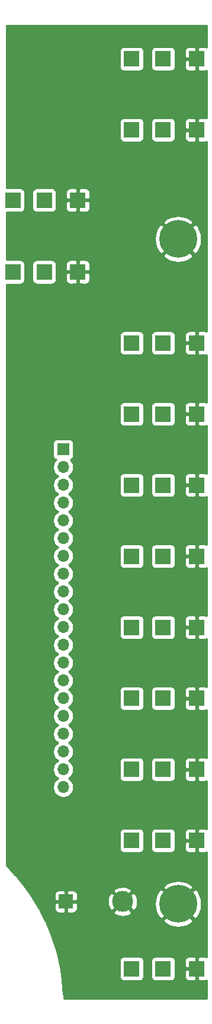
<source format=gbr>
%TF.GenerationSoftware,KiCad,Pcbnew,(5.1.6-0-10_14)*%
%TF.CreationDate,2020-09-17T10:50:06+02:00*%
%TF.ProjectId,cv_expander,63765f65-7870-4616-9e64-65722e6b6963,rev?*%
%TF.SameCoordinates,Original*%
%TF.FileFunction,Copper,L1,Top*%
%TF.FilePolarity,Positive*%
%FSLAX46Y46*%
G04 Gerber Fmt 4.6, Leading zero omitted, Abs format (unit mm)*
G04 Created by KiCad (PCBNEW (5.1.6-0-10_14)) date 2020-09-17 10:50:06*
%MOMM*%
%LPD*%
G01*
G04 APERTURE LIST*
%TA.AperFunction,ComponentPad*%
%ADD10R,2.200000X2.200000*%
%TD*%
%TA.AperFunction,ComponentPad*%
%ADD11C,5.400000*%
%TD*%
%TA.AperFunction,ComponentPad*%
%ADD12O,1.700000X1.700000*%
%TD*%
%TA.AperFunction,ComponentPad*%
%ADD13R,1.700000X1.700000*%
%TD*%
%TA.AperFunction,SMDPad,CuDef*%
%ADD14R,2.000000X2.000000*%
%TD*%
%TA.AperFunction,ComponentPad*%
%ADD15C,3.000000*%
%TD*%
%TA.AperFunction,Conductor*%
%ADD16C,0.254000*%
%TD*%
G04 APERTURE END LIST*
D10*
%TO.P,J14,R*%
%TO.N,Net-(J14-PadR)*%
X145600000Y-157000000D03*
%TO.P,J14,T*%
%TO.N,Net-(J1-Pad19)*%
X150100000Y-157000000D03*
%TO.P,J14,S*%
%TO.N,GND_D*%
X154900000Y-157000000D03*
%TD*%
D11*
%TO.P,GND,1*%
%TO.N,GND_D*%
X152250000Y-52750000D03*
%TD*%
D10*
%TO.P,J10,R*%
%TO.N,Net-(J10-PadR)*%
X145600000Y-108221208D03*
%TO.P,J10,T*%
%TO.N,Net-(J1-Pad11)*%
X150100000Y-108221208D03*
%TO.P,J10,S*%
%TO.N,GND_D*%
X154900000Y-108221208D03*
%TD*%
D12*
%TO.P,J1,20*%
%TO.N,Net-(J1-Pad19)*%
X135812000Y-131064000D03*
%TO.P,J1,19*%
X135812000Y-128524000D03*
%TO.P,J1,18*%
%TO.N,Net-(J1-Pad17)*%
X135812000Y-125984000D03*
%TO.P,J1,17*%
X135812000Y-123444000D03*
%TO.P,J1,16*%
%TO.N,Net-(J1-Pad15)*%
X135812000Y-120904000D03*
%TO.P,J1,15*%
X135812000Y-118364000D03*
%TO.P,J1,14*%
%TO.N,Net-(J1-Pad13)*%
X135812000Y-115824000D03*
%TO.P,J1,13*%
X135812000Y-113284000D03*
%TO.P,J1,12*%
%TO.N,Net-(J1-Pad11)*%
X135812000Y-110744000D03*
%TO.P,J1,11*%
X135812000Y-108204000D03*
%TO.P,J1,10*%
%TO.N,Net-(J1-Pad10)*%
X135812000Y-105664000D03*
%TO.P,J1,9*%
X135812000Y-103124000D03*
%TO.P,J1,8*%
%TO.N,Net-(J1-Pad7)*%
X135812000Y-100584000D03*
%TO.P,J1,7*%
X135812000Y-98044000D03*
%TO.P,J1,6*%
%TO.N,Net-(J1-Pad6)*%
X135812000Y-95504000D03*
%TO.P,J1,5*%
%TO.N,Net-(J1-Pad5)*%
X135812000Y-92964000D03*
%TO.P,J1,4*%
%TO.N,Net-(J1-Pad4)*%
X135812000Y-90424000D03*
%TO.P,J1,3*%
%TO.N,Net-(J1-Pad3)*%
X135812000Y-87884000D03*
%TO.P,J1,2*%
%TO.N,Net-(J1-Pad2)*%
X135812000Y-85344000D03*
D13*
%TO.P,J1,1*%
%TO.N,Net-(J1-Pad1)*%
X135812000Y-82804000D03*
%TD*%
D14*
%TO.P,TP2,1*%
%TO.N,GND_D*%
X136200000Y-147400000D03*
%TD*%
D10*
%TO.P,J7,R*%
%TO.N,Net-(J7-PadR)*%
X145600000Y-77763255D03*
%TO.P,J7,T*%
%TO.N,Net-(J1-Pad6)*%
X150100000Y-77763255D03*
%TO.P,J7,S*%
%TO.N,GND_D*%
X154900000Y-77763255D03*
%TD*%
%TO.P,J6,R*%
%TO.N,Net-(J6-PadR)*%
X145600000Y-67610604D03*
%TO.P,J6,T*%
%TO.N,Net-(J1-Pad5)*%
X150100000Y-67610604D03*
%TO.P,J6,S*%
%TO.N,GND_D*%
X154900000Y-67610604D03*
%TD*%
%TO.P,J5,R*%
%TO.N,Net-(J5-PadR)*%
X128600000Y-57457953D03*
%TO.P,J5,T*%
%TO.N,Net-(J1-Pad4)*%
X133100000Y-57457953D03*
%TO.P,J5,S*%
%TO.N,GND_D*%
X137900000Y-57457953D03*
%TD*%
%TO.P,J4,R*%
%TO.N,Net-(J4-PadR)*%
X128600000Y-47200000D03*
%TO.P,J4,T*%
%TO.N,Net-(J1-Pad3)*%
X133100000Y-47200000D03*
%TO.P,J4,S*%
%TO.N,GND_D*%
X137900000Y-47200000D03*
%TD*%
%TO.P,J3,R*%
%TO.N,Net-(J3-PadR)*%
X145600000Y-37152651D03*
%TO.P,J3,T*%
%TO.N,Net-(J1-Pad2)*%
X150100000Y-37152651D03*
%TO.P,J3,S*%
%TO.N,GND_D*%
X154900000Y-37152651D03*
%TD*%
%TO.P,J2,R*%
%TO.N,Net-(J2-PadR)*%
X145600000Y-27000000D03*
%TO.P,J2,T*%
%TO.N,Net-(J1-Pad1)*%
X150100000Y-27000000D03*
%TO.P,J2,S*%
%TO.N,GND_D*%
X154900000Y-27000000D03*
%TD*%
%TO.P,J13,R*%
%TO.N,Net-(J13-PadR)*%
X145600000Y-138679163D03*
%TO.P,J13,T*%
%TO.N,Net-(J1-Pad17)*%
X150100000Y-138679163D03*
%TO.P,J13,S*%
%TO.N,GND_D*%
X154900000Y-138679163D03*
%TD*%
%TO.P,J12,R*%
%TO.N,Net-(J12-PadR)*%
X145600000Y-128526510D03*
%TO.P,J12,T*%
%TO.N,Net-(J1-Pad15)*%
X150100000Y-128526510D03*
%TO.P,J12,S*%
%TO.N,GND_D*%
X154900000Y-128526510D03*
%TD*%
%TO.P,J11,R*%
%TO.N,Net-(J11-PadR)*%
X145600000Y-118373859D03*
%TO.P,J11,T*%
%TO.N,Net-(J1-Pad13)*%
X150100000Y-118373859D03*
%TO.P,J11,S*%
%TO.N,GND_D*%
X154900000Y-118373859D03*
%TD*%
%TO.P,J9,R*%
%TO.N,Net-(J9-PadR)*%
X145600000Y-98068557D03*
%TO.P,J9,T*%
%TO.N,Net-(J1-Pad10)*%
X150100000Y-98068557D03*
%TO.P,J9,S*%
%TO.N,GND_D*%
X154900000Y-98068557D03*
%TD*%
%TO.P,J8,R*%
%TO.N,Net-(J8-PadR)*%
X145600000Y-87915906D03*
%TO.P,J8,T*%
%TO.N,Net-(J1-Pad7)*%
X150100000Y-87915906D03*
%TO.P,J8,S*%
%TO.N,GND_D*%
X154900000Y-87915906D03*
%TD*%
D15*
%TO.P,GND,1*%
%TO.N,GND_D*%
X144300000Y-147400000D03*
%TD*%
D11*
%TO.P,H1,1*%
%TO.N,GND_D*%
X152250000Y-147750000D03*
%TD*%
D16*
%TO.N,GND_D*%
G36*
X156290001Y-25334990D02*
G01*
X156244180Y-25310498D01*
X156124482Y-25274188D01*
X156000000Y-25261928D01*
X155185750Y-25265000D01*
X155027000Y-25423750D01*
X155027000Y-26873000D01*
X155047000Y-26873000D01*
X155047000Y-27127000D01*
X155027000Y-27127000D01*
X155027000Y-28576250D01*
X155185750Y-28735000D01*
X156000000Y-28738072D01*
X156124482Y-28725812D01*
X156244180Y-28689502D01*
X156290001Y-28665010D01*
X156290001Y-35487641D01*
X156244180Y-35463149D01*
X156124482Y-35426839D01*
X156000000Y-35414579D01*
X155185750Y-35417651D01*
X155027000Y-35576401D01*
X155027000Y-37025651D01*
X155047000Y-37025651D01*
X155047000Y-37279651D01*
X155027000Y-37279651D01*
X155027000Y-38728901D01*
X155185750Y-38887651D01*
X156000000Y-38890723D01*
X156124482Y-38878463D01*
X156244180Y-38842153D01*
X156290001Y-38817661D01*
X156290001Y-65945594D01*
X156244180Y-65921102D01*
X156124482Y-65884792D01*
X156000000Y-65872532D01*
X155185750Y-65875604D01*
X155027000Y-66034354D01*
X155027000Y-67483604D01*
X155047000Y-67483604D01*
X155047000Y-67737604D01*
X155027000Y-67737604D01*
X155027000Y-69186854D01*
X155185750Y-69345604D01*
X156000000Y-69348676D01*
X156124482Y-69336416D01*
X156244180Y-69300106D01*
X156290001Y-69275614D01*
X156290001Y-76098245D01*
X156244180Y-76073753D01*
X156124482Y-76037443D01*
X156000000Y-76025183D01*
X155185750Y-76028255D01*
X155027000Y-76187005D01*
X155027000Y-77636255D01*
X155047000Y-77636255D01*
X155047000Y-77890255D01*
X155027000Y-77890255D01*
X155027000Y-79339505D01*
X155185750Y-79498255D01*
X156000000Y-79501327D01*
X156124482Y-79489067D01*
X156244180Y-79452757D01*
X156290001Y-79428265D01*
X156290001Y-86250896D01*
X156244180Y-86226404D01*
X156124482Y-86190094D01*
X156000000Y-86177834D01*
X155185750Y-86180906D01*
X155027000Y-86339656D01*
X155027000Y-87788906D01*
X155047000Y-87788906D01*
X155047000Y-88042906D01*
X155027000Y-88042906D01*
X155027000Y-89492156D01*
X155185750Y-89650906D01*
X156000000Y-89653978D01*
X156124482Y-89641718D01*
X156244180Y-89605408D01*
X156290001Y-89580916D01*
X156290000Y-96403547D01*
X156244180Y-96379055D01*
X156124482Y-96342745D01*
X156000000Y-96330485D01*
X155185750Y-96333557D01*
X155027000Y-96492307D01*
X155027000Y-97941557D01*
X155047000Y-97941557D01*
X155047000Y-98195557D01*
X155027000Y-98195557D01*
X155027000Y-99644807D01*
X155185750Y-99803557D01*
X156000000Y-99806629D01*
X156124482Y-99794369D01*
X156244180Y-99758059D01*
X156290000Y-99733567D01*
X156290000Y-106556198D01*
X156244180Y-106531706D01*
X156124482Y-106495396D01*
X156000000Y-106483136D01*
X155185750Y-106486208D01*
X155027000Y-106644958D01*
X155027000Y-108094208D01*
X155047000Y-108094208D01*
X155047000Y-108348208D01*
X155027000Y-108348208D01*
X155027000Y-109797458D01*
X155185750Y-109956208D01*
X156000000Y-109959280D01*
X156124482Y-109947020D01*
X156244180Y-109910710D01*
X156290000Y-109886218D01*
X156290000Y-116708849D01*
X156244180Y-116684357D01*
X156124482Y-116648047D01*
X156000000Y-116635787D01*
X155185750Y-116638859D01*
X155027000Y-116797609D01*
X155027000Y-118246859D01*
X155047000Y-118246859D01*
X155047000Y-118500859D01*
X155027000Y-118500859D01*
X155027000Y-119950109D01*
X155185750Y-120108859D01*
X156000000Y-120111931D01*
X156124482Y-120099671D01*
X156244180Y-120063361D01*
X156290000Y-120038869D01*
X156290000Y-126861500D01*
X156244180Y-126837008D01*
X156124482Y-126800698D01*
X156000000Y-126788438D01*
X155185750Y-126791510D01*
X155027000Y-126950260D01*
X155027000Y-128399510D01*
X155047000Y-128399510D01*
X155047000Y-128653510D01*
X155027000Y-128653510D01*
X155027000Y-130102760D01*
X155185750Y-130261510D01*
X156000000Y-130264582D01*
X156124482Y-130252322D01*
X156244180Y-130216012D01*
X156290000Y-130191520D01*
X156290000Y-137014153D01*
X156244180Y-136989661D01*
X156124482Y-136953351D01*
X156000000Y-136941091D01*
X155185750Y-136944163D01*
X155027000Y-137102913D01*
X155027000Y-138552163D01*
X155047000Y-138552163D01*
X155047000Y-138806163D01*
X155027000Y-138806163D01*
X155027000Y-140255413D01*
X155185750Y-140414163D01*
X156000000Y-140417235D01*
X156124482Y-140404975D01*
X156244180Y-140368665D01*
X156290000Y-140344173D01*
X156290000Y-155334990D01*
X156244180Y-155310498D01*
X156124482Y-155274188D01*
X156000000Y-155261928D01*
X155185750Y-155265000D01*
X155027000Y-155423750D01*
X155027000Y-156873000D01*
X155047000Y-156873000D01*
X155047000Y-157127000D01*
X155027000Y-157127000D01*
X155027000Y-158576250D01*
X155185750Y-158735000D01*
X156000000Y-158738072D01*
X156124482Y-158725812D01*
X156244180Y-158689502D01*
X156290000Y-158665010D01*
X156290000Y-161290000D01*
X135893465Y-161290000D01*
X135879608Y-160701978D01*
X135879079Y-160693338D01*
X135877263Y-160658676D01*
X135704713Y-158625125D01*
X135704259Y-158621424D01*
X135704045Y-158617721D01*
X135698221Y-158572250D01*
X135373685Y-156557361D01*
X135372955Y-156553709D01*
X135372464Y-156550027D01*
X135363246Y-156505121D01*
X135218528Y-155900000D01*
X143861928Y-155900000D01*
X143861928Y-158100000D01*
X143874188Y-158224482D01*
X143910498Y-158344180D01*
X143969463Y-158454494D01*
X144048815Y-158551185D01*
X144145506Y-158630537D01*
X144255820Y-158689502D01*
X144375518Y-158725812D01*
X144500000Y-158738072D01*
X146700000Y-158738072D01*
X146824482Y-158725812D01*
X146944180Y-158689502D01*
X147054494Y-158630537D01*
X147151185Y-158551185D01*
X147230537Y-158454494D01*
X147289502Y-158344180D01*
X147325812Y-158224482D01*
X147338072Y-158100000D01*
X147338072Y-155900000D01*
X148361928Y-155900000D01*
X148361928Y-158100000D01*
X148374188Y-158224482D01*
X148410498Y-158344180D01*
X148469463Y-158454494D01*
X148548815Y-158551185D01*
X148645506Y-158630537D01*
X148755820Y-158689502D01*
X148875518Y-158725812D01*
X149000000Y-158738072D01*
X151200000Y-158738072D01*
X151324482Y-158725812D01*
X151444180Y-158689502D01*
X151554494Y-158630537D01*
X151651185Y-158551185D01*
X151730537Y-158454494D01*
X151789502Y-158344180D01*
X151825812Y-158224482D01*
X151838072Y-158100000D01*
X153161928Y-158100000D01*
X153174188Y-158224482D01*
X153210498Y-158344180D01*
X153269463Y-158454494D01*
X153348815Y-158551185D01*
X153445506Y-158630537D01*
X153555820Y-158689502D01*
X153675518Y-158725812D01*
X153800000Y-158738072D01*
X154614250Y-158735000D01*
X154773000Y-158576250D01*
X154773000Y-157127000D01*
X153323750Y-157127000D01*
X153165000Y-157285750D01*
X153161928Y-158100000D01*
X151838072Y-158100000D01*
X151838072Y-155900000D01*
X153161928Y-155900000D01*
X153165000Y-156714250D01*
X153323750Y-156873000D01*
X154773000Y-156873000D01*
X154773000Y-155423750D01*
X154614250Y-155265000D01*
X153800000Y-155261928D01*
X153675518Y-155274188D01*
X153555820Y-155310498D01*
X153445506Y-155369463D01*
X153348815Y-155448815D01*
X153269463Y-155545506D01*
X153210498Y-155655820D01*
X153174188Y-155775518D01*
X153161928Y-155900000D01*
X151838072Y-155900000D01*
X151825812Y-155775518D01*
X151789502Y-155655820D01*
X151730537Y-155545506D01*
X151651185Y-155448815D01*
X151554494Y-155369463D01*
X151444180Y-155310498D01*
X151324482Y-155274188D01*
X151200000Y-155261928D01*
X149000000Y-155261928D01*
X148875518Y-155274188D01*
X148755820Y-155310498D01*
X148645506Y-155369463D01*
X148548815Y-155448815D01*
X148469463Y-155545506D01*
X148410498Y-155655820D01*
X148374188Y-155775518D01*
X148361928Y-155900000D01*
X147338072Y-155900000D01*
X147325812Y-155775518D01*
X147289502Y-155655820D01*
X147230537Y-155545506D01*
X147151185Y-155448815D01*
X147054494Y-155369463D01*
X146944180Y-155310498D01*
X146824482Y-155274188D01*
X146700000Y-155261928D01*
X144500000Y-155261928D01*
X144375518Y-155274188D01*
X144255820Y-155310498D01*
X144145506Y-155369463D01*
X144048815Y-155448815D01*
X143969463Y-155545506D01*
X143910498Y-155655820D01*
X143874188Y-155775518D01*
X143861928Y-155900000D01*
X135218528Y-155900000D01*
X134888549Y-154520237D01*
X134887549Y-154516655D01*
X134886782Y-154513016D01*
X134874223Y-154468928D01*
X134252038Y-152525223D01*
X134250770Y-152521721D01*
X134249734Y-152518154D01*
X134233905Y-152475132D01*
X133467735Y-150583549D01*
X133466211Y-150580157D01*
X133464908Y-150576673D01*
X133445898Y-150534958D01*
X133228165Y-150095374D01*
X150084231Y-150095374D01*
X150384411Y-150533828D01*
X150963356Y-150844296D01*
X151591746Y-151035852D01*
X152245431Y-151101134D01*
X152899293Y-151037634D01*
X153528203Y-150847792D01*
X154107992Y-150538904D01*
X154115589Y-150533828D01*
X154415769Y-150095374D01*
X152250000Y-147929605D01*
X150084231Y-150095374D01*
X133228165Y-150095374D01*
X132540057Y-148706146D01*
X132538281Y-148702876D01*
X132536722Y-148699501D01*
X132514637Y-148659329D01*
X132360965Y-148400000D01*
X134561928Y-148400000D01*
X134574188Y-148524482D01*
X134610498Y-148644180D01*
X134669463Y-148754494D01*
X134748815Y-148851185D01*
X134845506Y-148930537D01*
X134955820Y-148989502D01*
X135075518Y-149025812D01*
X135200000Y-149038072D01*
X135914250Y-149035000D01*
X136073000Y-148876250D01*
X136073000Y-147527000D01*
X136327000Y-147527000D01*
X136327000Y-148876250D01*
X136485750Y-149035000D01*
X137200000Y-149038072D01*
X137324482Y-149025812D01*
X137444180Y-148989502D01*
X137554494Y-148930537D01*
X137601874Y-148891653D01*
X142987952Y-148891653D01*
X143143962Y-149207214D01*
X143518745Y-149398020D01*
X143923551Y-149512044D01*
X144342824Y-149544902D01*
X144760451Y-149495334D01*
X145160383Y-149365243D01*
X145456038Y-149207214D01*
X145612048Y-148891653D01*
X144300000Y-147579605D01*
X142987952Y-148891653D01*
X137601874Y-148891653D01*
X137651185Y-148851185D01*
X137730537Y-148754494D01*
X137789502Y-148644180D01*
X137825812Y-148524482D01*
X137838072Y-148400000D01*
X137835000Y-147685750D01*
X137676250Y-147527000D01*
X136327000Y-147527000D01*
X136073000Y-147527000D01*
X134723750Y-147527000D01*
X134565000Y-147685750D01*
X134561928Y-148400000D01*
X132360965Y-148400000D01*
X131793765Y-147442824D01*
X142155098Y-147442824D01*
X142204666Y-147860451D01*
X142334757Y-148260383D01*
X142492786Y-148556038D01*
X142808347Y-148712048D01*
X144120395Y-147400000D01*
X144479605Y-147400000D01*
X145791653Y-148712048D01*
X146107214Y-148556038D01*
X146298020Y-148181255D01*
X146412044Y-147776449D01*
X146414474Y-147745431D01*
X148898866Y-147745431D01*
X148962366Y-148399293D01*
X149152208Y-149028203D01*
X149461096Y-149607992D01*
X149466172Y-149615589D01*
X149904626Y-149915769D01*
X152070395Y-147750000D01*
X152429605Y-147750000D01*
X154595374Y-149915769D01*
X155033828Y-149615589D01*
X155344296Y-149036644D01*
X155535852Y-148408254D01*
X155601134Y-147754569D01*
X155537634Y-147100707D01*
X155347792Y-146471797D01*
X155038904Y-145892008D01*
X155033828Y-145884411D01*
X154595374Y-145584231D01*
X152429605Y-147750000D01*
X152070395Y-147750000D01*
X149904626Y-145584231D01*
X149466172Y-145884411D01*
X149155704Y-146463356D01*
X148964148Y-147091746D01*
X148898866Y-147745431D01*
X146414474Y-147745431D01*
X146444902Y-147357176D01*
X146395334Y-146939549D01*
X146265243Y-146539617D01*
X146107214Y-146243962D01*
X145791653Y-146087952D01*
X144479605Y-147400000D01*
X144120395Y-147400000D01*
X142808347Y-146087952D01*
X142492786Y-146243962D01*
X142301980Y-146618745D01*
X142187956Y-147023551D01*
X142155098Y-147442824D01*
X131793765Y-147442824D01*
X131474223Y-146903584D01*
X131472205Y-146900452D01*
X131470399Y-146897208D01*
X131445365Y-146858805D01*
X131124703Y-146400000D01*
X134561928Y-146400000D01*
X134565000Y-147114250D01*
X134723750Y-147273000D01*
X136073000Y-147273000D01*
X136073000Y-145923750D01*
X136327000Y-145923750D01*
X136327000Y-147273000D01*
X137676250Y-147273000D01*
X137835000Y-147114250D01*
X137838072Y-146400000D01*
X137825812Y-146275518D01*
X137789502Y-146155820D01*
X137730537Y-146045506D01*
X137651185Y-145948815D01*
X137601875Y-145908347D01*
X142987952Y-145908347D01*
X144300000Y-147220395D01*
X145612048Y-145908347D01*
X145456038Y-145592786D01*
X145086453Y-145404626D01*
X150084231Y-145404626D01*
X152250000Y-147570395D01*
X154415769Y-145404626D01*
X154115589Y-144966172D01*
X153536644Y-144655704D01*
X152908254Y-144464148D01*
X152254569Y-144398866D01*
X151600707Y-144462366D01*
X150971797Y-144652208D01*
X150392008Y-144961096D01*
X150384411Y-144966172D01*
X150084231Y-145404626D01*
X145086453Y-145404626D01*
X145081255Y-145401980D01*
X144676449Y-145287956D01*
X144257176Y-145255098D01*
X143839549Y-145304666D01*
X143439617Y-145434757D01*
X143143962Y-145592786D01*
X142987952Y-145908347D01*
X137601875Y-145908347D01*
X137554494Y-145869463D01*
X137444180Y-145810498D01*
X137324482Y-145774188D01*
X137200000Y-145761928D01*
X136485750Y-145765000D01*
X136327000Y-145923750D01*
X136073000Y-145923750D01*
X135914250Y-145765000D01*
X135200000Y-145761928D01*
X135075518Y-145774188D01*
X134955820Y-145810498D01*
X134845506Y-145869463D01*
X134748815Y-145948815D01*
X134669463Y-146045506D01*
X134610498Y-146155820D01*
X134574188Y-146275518D01*
X134561928Y-146400000D01*
X131124703Y-146400000D01*
X130276236Y-145186011D01*
X130273990Y-145183041D01*
X130271945Y-145179940D01*
X130244102Y-145143522D01*
X128952840Y-143563097D01*
X128950383Y-143560310D01*
X128948106Y-143557364D01*
X128917610Y-143523137D01*
X127706903Y-142249545D01*
X127707022Y-137579163D01*
X143861928Y-137579163D01*
X143861928Y-139779163D01*
X143874188Y-139903645D01*
X143910498Y-140023343D01*
X143969463Y-140133657D01*
X144048815Y-140230348D01*
X144145506Y-140309700D01*
X144255820Y-140368665D01*
X144375518Y-140404975D01*
X144500000Y-140417235D01*
X146700000Y-140417235D01*
X146824482Y-140404975D01*
X146944180Y-140368665D01*
X147054494Y-140309700D01*
X147151185Y-140230348D01*
X147230537Y-140133657D01*
X147289502Y-140023343D01*
X147325812Y-139903645D01*
X147338072Y-139779163D01*
X147338072Y-137579163D01*
X148361928Y-137579163D01*
X148361928Y-139779163D01*
X148374188Y-139903645D01*
X148410498Y-140023343D01*
X148469463Y-140133657D01*
X148548815Y-140230348D01*
X148645506Y-140309700D01*
X148755820Y-140368665D01*
X148875518Y-140404975D01*
X149000000Y-140417235D01*
X151200000Y-140417235D01*
X151324482Y-140404975D01*
X151444180Y-140368665D01*
X151554494Y-140309700D01*
X151651185Y-140230348D01*
X151730537Y-140133657D01*
X151789502Y-140023343D01*
X151825812Y-139903645D01*
X151838072Y-139779163D01*
X153161928Y-139779163D01*
X153174188Y-139903645D01*
X153210498Y-140023343D01*
X153269463Y-140133657D01*
X153348815Y-140230348D01*
X153445506Y-140309700D01*
X153555820Y-140368665D01*
X153675518Y-140404975D01*
X153800000Y-140417235D01*
X154614250Y-140414163D01*
X154773000Y-140255413D01*
X154773000Y-138806163D01*
X153323750Y-138806163D01*
X153165000Y-138964913D01*
X153161928Y-139779163D01*
X151838072Y-139779163D01*
X151838072Y-137579163D01*
X153161928Y-137579163D01*
X153165000Y-138393413D01*
X153323750Y-138552163D01*
X154773000Y-138552163D01*
X154773000Y-137102913D01*
X154614250Y-136944163D01*
X153800000Y-136941091D01*
X153675518Y-136953351D01*
X153555820Y-136989661D01*
X153445506Y-137048626D01*
X153348815Y-137127978D01*
X153269463Y-137224669D01*
X153210498Y-137334983D01*
X153174188Y-137454681D01*
X153161928Y-137579163D01*
X151838072Y-137579163D01*
X151825812Y-137454681D01*
X151789502Y-137334983D01*
X151730537Y-137224669D01*
X151651185Y-137127978D01*
X151554494Y-137048626D01*
X151444180Y-136989661D01*
X151324482Y-136953351D01*
X151200000Y-136941091D01*
X149000000Y-136941091D01*
X148875518Y-136953351D01*
X148755820Y-136989661D01*
X148645506Y-137048626D01*
X148548815Y-137127978D01*
X148469463Y-137224669D01*
X148410498Y-137334983D01*
X148374188Y-137454681D01*
X148361928Y-137579163D01*
X147338072Y-137579163D01*
X147325812Y-137454681D01*
X147289502Y-137334983D01*
X147230537Y-137224669D01*
X147151185Y-137127978D01*
X147054494Y-137048626D01*
X146944180Y-136989661D01*
X146824482Y-136953351D01*
X146700000Y-136941091D01*
X144500000Y-136941091D01*
X144375518Y-136953351D01*
X144255820Y-136989661D01*
X144145506Y-137048626D01*
X144048815Y-137127978D01*
X143969463Y-137224669D01*
X143910498Y-137334983D01*
X143874188Y-137454681D01*
X143861928Y-137579163D01*
X127707022Y-137579163D01*
X127708449Y-81954000D01*
X134323928Y-81954000D01*
X134323928Y-83654000D01*
X134336188Y-83778482D01*
X134372498Y-83898180D01*
X134431463Y-84008494D01*
X134510815Y-84105185D01*
X134607506Y-84184537D01*
X134717820Y-84243502D01*
X134790380Y-84265513D01*
X134658525Y-84397368D01*
X134496010Y-84640589D01*
X134384068Y-84910842D01*
X134327000Y-85197740D01*
X134327000Y-85490260D01*
X134384068Y-85777158D01*
X134496010Y-86047411D01*
X134658525Y-86290632D01*
X134865368Y-86497475D01*
X135039760Y-86614000D01*
X134865368Y-86730525D01*
X134658525Y-86937368D01*
X134496010Y-87180589D01*
X134384068Y-87450842D01*
X134327000Y-87737740D01*
X134327000Y-88030260D01*
X134384068Y-88317158D01*
X134496010Y-88587411D01*
X134658525Y-88830632D01*
X134865368Y-89037475D01*
X135039760Y-89154000D01*
X134865368Y-89270525D01*
X134658525Y-89477368D01*
X134496010Y-89720589D01*
X134384068Y-89990842D01*
X134327000Y-90277740D01*
X134327000Y-90570260D01*
X134384068Y-90857158D01*
X134496010Y-91127411D01*
X134658525Y-91370632D01*
X134865368Y-91577475D01*
X135039760Y-91694000D01*
X134865368Y-91810525D01*
X134658525Y-92017368D01*
X134496010Y-92260589D01*
X134384068Y-92530842D01*
X134327000Y-92817740D01*
X134327000Y-93110260D01*
X134384068Y-93397158D01*
X134496010Y-93667411D01*
X134658525Y-93910632D01*
X134865368Y-94117475D01*
X135039760Y-94234000D01*
X134865368Y-94350525D01*
X134658525Y-94557368D01*
X134496010Y-94800589D01*
X134384068Y-95070842D01*
X134327000Y-95357740D01*
X134327000Y-95650260D01*
X134384068Y-95937158D01*
X134496010Y-96207411D01*
X134658525Y-96450632D01*
X134865368Y-96657475D01*
X135039760Y-96774000D01*
X134865368Y-96890525D01*
X134658525Y-97097368D01*
X134496010Y-97340589D01*
X134384068Y-97610842D01*
X134327000Y-97897740D01*
X134327000Y-98190260D01*
X134384068Y-98477158D01*
X134496010Y-98747411D01*
X134658525Y-98990632D01*
X134865368Y-99197475D01*
X135039760Y-99314000D01*
X134865368Y-99430525D01*
X134658525Y-99637368D01*
X134496010Y-99880589D01*
X134384068Y-100150842D01*
X134327000Y-100437740D01*
X134327000Y-100730260D01*
X134384068Y-101017158D01*
X134496010Y-101287411D01*
X134658525Y-101530632D01*
X134865368Y-101737475D01*
X135039760Y-101854000D01*
X134865368Y-101970525D01*
X134658525Y-102177368D01*
X134496010Y-102420589D01*
X134384068Y-102690842D01*
X134327000Y-102977740D01*
X134327000Y-103270260D01*
X134384068Y-103557158D01*
X134496010Y-103827411D01*
X134658525Y-104070632D01*
X134865368Y-104277475D01*
X135039760Y-104394000D01*
X134865368Y-104510525D01*
X134658525Y-104717368D01*
X134496010Y-104960589D01*
X134384068Y-105230842D01*
X134327000Y-105517740D01*
X134327000Y-105810260D01*
X134384068Y-106097158D01*
X134496010Y-106367411D01*
X134658525Y-106610632D01*
X134865368Y-106817475D01*
X135039760Y-106934000D01*
X134865368Y-107050525D01*
X134658525Y-107257368D01*
X134496010Y-107500589D01*
X134384068Y-107770842D01*
X134327000Y-108057740D01*
X134327000Y-108350260D01*
X134384068Y-108637158D01*
X134496010Y-108907411D01*
X134658525Y-109150632D01*
X134865368Y-109357475D01*
X135039760Y-109474000D01*
X134865368Y-109590525D01*
X134658525Y-109797368D01*
X134496010Y-110040589D01*
X134384068Y-110310842D01*
X134327000Y-110597740D01*
X134327000Y-110890260D01*
X134384068Y-111177158D01*
X134496010Y-111447411D01*
X134658525Y-111690632D01*
X134865368Y-111897475D01*
X135039760Y-112014000D01*
X134865368Y-112130525D01*
X134658525Y-112337368D01*
X134496010Y-112580589D01*
X134384068Y-112850842D01*
X134327000Y-113137740D01*
X134327000Y-113430260D01*
X134384068Y-113717158D01*
X134496010Y-113987411D01*
X134658525Y-114230632D01*
X134865368Y-114437475D01*
X135039760Y-114554000D01*
X134865368Y-114670525D01*
X134658525Y-114877368D01*
X134496010Y-115120589D01*
X134384068Y-115390842D01*
X134327000Y-115677740D01*
X134327000Y-115970260D01*
X134384068Y-116257158D01*
X134496010Y-116527411D01*
X134658525Y-116770632D01*
X134865368Y-116977475D01*
X135039760Y-117094000D01*
X134865368Y-117210525D01*
X134658525Y-117417368D01*
X134496010Y-117660589D01*
X134384068Y-117930842D01*
X134327000Y-118217740D01*
X134327000Y-118510260D01*
X134384068Y-118797158D01*
X134496010Y-119067411D01*
X134658525Y-119310632D01*
X134865368Y-119517475D01*
X135039760Y-119634000D01*
X134865368Y-119750525D01*
X134658525Y-119957368D01*
X134496010Y-120200589D01*
X134384068Y-120470842D01*
X134327000Y-120757740D01*
X134327000Y-121050260D01*
X134384068Y-121337158D01*
X134496010Y-121607411D01*
X134658525Y-121850632D01*
X134865368Y-122057475D01*
X135039760Y-122174000D01*
X134865368Y-122290525D01*
X134658525Y-122497368D01*
X134496010Y-122740589D01*
X134384068Y-123010842D01*
X134327000Y-123297740D01*
X134327000Y-123590260D01*
X134384068Y-123877158D01*
X134496010Y-124147411D01*
X134658525Y-124390632D01*
X134865368Y-124597475D01*
X135039760Y-124714000D01*
X134865368Y-124830525D01*
X134658525Y-125037368D01*
X134496010Y-125280589D01*
X134384068Y-125550842D01*
X134327000Y-125837740D01*
X134327000Y-126130260D01*
X134384068Y-126417158D01*
X134496010Y-126687411D01*
X134658525Y-126930632D01*
X134865368Y-127137475D01*
X135039760Y-127254000D01*
X134865368Y-127370525D01*
X134658525Y-127577368D01*
X134496010Y-127820589D01*
X134384068Y-128090842D01*
X134327000Y-128377740D01*
X134327000Y-128670260D01*
X134384068Y-128957158D01*
X134496010Y-129227411D01*
X134658525Y-129470632D01*
X134865368Y-129677475D01*
X135039760Y-129794000D01*
X134865368Y-129910525D01*
X134658525Y-130117368D01*
X134496010Y-130360589D01*
X134384068Y-130630842D01*
X134327000Y-130917740D01*
X134327000Y-131210260D01*
X134384068Y-131497158D01*
X134496010Y-131767411D01*
X134658525Y-132010632D01*
X134865368Y-132217475D01*
X135108589Y-132379990D01*
X135378842Y-132491932D01*
X135665740Y-132549000D01*
X135958260Y-132549000D01*
X136245158Y-132491932D01*
X136515411Y-132379990D01*
X136758632Y-132217475D01*
X136965475Y-132010632D01*
X137127990Y-131767411D01*
X137239932Y-131497158D01*
X137297000Y-131210260D01*
X137297000Y-130917740D01*
X137239932Y-130630842D01*
X137127990Y-130360589D01*
X136965475Y-130117368D01*
X136758632Y-129910525D01*
X136584240Y-129794000D01*
X136758632Y-129677475D01*
X136965475Y-129470632D01*
X137127990Y-129227411D01*
X137239932Y-128957158D01*
X137297000Y-128670260D01*
X137297000Y-128377740D01*
X137239932Y-128090842D01*
X137127990Y-127820589D01*
X136965475Y-127577368D01*
X136814617Y-127426510D01*
X143861928Y-127426510D01*
X143861928Y-129626510D01*
X143874188Y-129750992D01*
X143910498Y-129870690D01*
X143969463Y-129981004D01*
X144048815Y-130077695D01*
X144145506Y-130157047D01*
X144255820Y-130216012D01*
X144375518Y-130252322D01*
X144500000Y-130264582D01*
X146700000Y-130264582D01*
X146824482Y-130252322D01*
X146944180Y-130216012D01*
X147054494Y-130157047D01*
X147151185Y-130077695D01*
X147230537Y-129981004D01*
X147289502Y-129870690D01*
X147325812Y-129750992D01*
X147338072Y-129626510D01*
X147338072Y-127426510D01*
X148361928Y-127426510D01*
X148361928Y-129626510D01*
X148374188Y-129750992D01*
X148410498Y-129870690D01*
X148469463Y-129981004D01*
X148548815Y-130077695D01*
X148645506Y-130157047D01*
X148755820Y-130216012D01*
X148875518Y-130252322D01*
X149000000Y-130264582D01*
X151200000Y-130264582D01*
X151324482Y-130252322D01*
X151444180Y-130216012D01*
X151554494Y-130157047D01*
X151651185Y-130077695D01*
X151730537Y-129981004D01*
X151789502Y-129870690D01*
X151825812Y-129750992D01*
X151838072Y-129626510D01*
X153161928Y-129626510D01*
X153174188Y-129750992D01*
X153210498Y-129870690D01*
X153269463Y-129981004D01*
X153348815Y-130077695D01*
X153445506Y-130157047D01*
X153555820Y-130216012D01*
X153675518Y-130252322D01*
X153800000Y-130264582D01*
X154614250Y-130261510D01*
X154773000Y-130102760D01*
X154773000Y-128653510D01*
X153323750Y-128653510D01*
X153165000Y-128812260D01*
X153161928Y-129626510D01*
X151838072Y-129626510D01*
X151838072Y-127426510D01*
X153161928Y-127426510D01*
X153165000Y-128240760D01*
X153323750Y-128399510D01*
X154773000Y-128399510D01*
X154773000Y-126950260D01*
X154614250Y-126791510D01*
X153800000Y-126788438D01*
X153675518Y-126800698D01*
X153555820Y-126837008D01*
X153445506Y-126895973D01*
X153348815Y-126975325D01*
X153269463Y-127072016D01*
X153210498Y-127182330D01*
X153174188Y-127302028D01*
X153161928Y-127426510D01*
X151838072Y-127426510D01*
X151825812Y-127302028D01*
X151789502Y-127182330D01*
X151730537Y-127072016D01*
X151651185Y-126975325D01*
X151554494Y-126895973D01*
X151444180Y-126837008D01*
X151324482Y-126800698D01*
X151200000Y-126788438D01*
X149000000Y-126788438D01*
X148875518Y-126800698D01*
X148755820Y-126837008D01*
X148645506Y-126895973D01*
X148548815Y-126975325D01*
X148469463Y-127072016D01*
X148410498Y-127182330D01*
X148374188Y-127302028D01*
X148361928Y-127426510D01*
X147338072Y-127426510D01*
X147325812Y-127302028D01*
X147289502Y-127182330D01*
X147230537Y-127072016D01*
X147151185Y-126975325D01*
X147054494Y-126895973D01*
X146944180Y-126837008D01*
X146824482Y-126800698D01*
X146700000Y-126788438D01*
X144500000Y-126788438D01*
X144375518Y-126800698D01*
X144255820Y-126837008D01*
X144145506Y-126895973D01*
X144048815Y-126975325D01*
X143969463Y-127072016D01*
X143910498Y-127182330D01*
X143874188Y-127302028D01*
X143861928Y-127426510D01*
X136814617Y-127426510D01*
X136758632Y-127370525D01*
X136584240Y-127254000D01*
X136758632Y-127137475D01*
X136965475Y-126930632D01*
X137127990Y-126687411D01*
X137239932Y-126417158D01*
X137297000Y-126130260D01*
X137297000Y-125837740D01*
X137239932Y-125550842D01*
X137127990Y-125280589D01*
X136965475Y-125037368D01*
X136758632Y-124830525D01*
X136584240Y-124714000D01*
X136758632Y-124597475D01*
X136965475Y-124390632D01*
X137127990Y-124147411D01*
X137239932Y-123877158D01*
X137297000Y-123590260D01*
X137297000Y-123297740D01*
X137239932Y-123010842D01*
X137127990Y-122740589D01*
X136965475Y-122497368D01*
X136758632Y-122290525D01*
X136584240Y-122174000D01*
X136758632Y-122057475D01*
X136965475Y-121850632D01*
X137127990Y-121607411D01*
X137239932Y-121337158D01*
X137297000Y-121050260D01*
X137297000Y-120757740D01*
X137239932Y-120470842D01*
X137127990Y-120200589D01*
X136965475Y-119957368D01*
X136758632Y-119750525D01*
X136584240Y-119634000D01*
X136758632Y-119517475D01*
X136965475Y-119310632D01*
X137127990Y-119067411D01*
X137239932Y-118797158D01*
X137297000Y-118510260D01*
X137297000Y-118217740D01*
X137239932Y-117930842D01*
X137127990Y-117660589D01*
X136965475Y-117417368D01*
X136821966Y-117273859D01*
X143861928Y-117273859D01*
X143861928Y-119473859D01*
X143874188Y-119598341D01*
X143910498Y-119718039D01*
X143969463Y-119828353D01*
X144048815Y-119925044D01*
X144145506Y-120004396D01*
X144255820Y-120063361D01*
X144375518Y-120099671D01*
X144500000Y-120111931D01*
X146700000Y-120111931D01*
X146824482Y-120099671D01*
X146944180Y-120063361D01*
X147054494Y-120004396D01*
X147151185Y-119925044D01*
X147230537Y-119828353D01*
X147289502Y-119718039D01*
X147325812Y-119598341D01*
X147338072Y-119473859D01*
X147338072Y-117273859D01*
X148361928Y-117273859D01*
X148361928Y-119473859D01*
X148374188Y-119598341D01*
X148410498Y-119718039D01*
X148469463Y-119828353D01*
X148548815Y-119925044D01*
X148645506Y-120004396D01*
X148755820Y-120063361D01*
X148875518Y-120099671D01*
X149000000Y-120111931D01*
X151200000Y-120111931D01*
X151324482Y-120099671D01*
X151444180Y-120063361D01*
X151554494Y-120004396D01*
X151651185Y-119925044D01*
X151730537Y-119828353D01*
X151789502Y-119718039D01*
X151825812Y-119598341D01*
X151838072Y-119473859D01*
X153161928Y-119473859D01*
X153174188Y-119598341D01*
X153210498Y-119718039D01*
X153269463Y-119828353D01*
X153348815Y-119925044D01*
X153445506Y-120004396D01*
X153555820Y-120063361D01*
X153675518Y-120099671D01*
X153800000Y-120111931D01*
X154614250Y-120108859D01*
X154773000Y-119950109D01*
X154773000Y-118500859D01*
X153323750Y-118500859D01*
X153165000Y-118659609D01*
X153161928Y-119473859D01*
X151838072Y-119473859D01*
X151838072Y-117273859D01*
X153161928Y-117273859D01*
X153165000Y-118088109D01*
X153323750Y-118246859D01*
X154773000Y-118246859D01*
X154773000Y-116797609D01*
X154614250Y-116638859D01*
X153800000Y-116635787D01*
X153675518Y-116648047D01*
X153555820Y-116684357D01*
X153445506Y-116743322D01*
X153348815Y-116822674D01*
X153269463Y-116919365D01*
X153210498Y-117029679D01*
X153174188Y-117149377D01*
X153161928Y-117273859D01*
X151838072Y-117273859D01*
X151825812Y-117149377D01*
X151789502Y-117029679D01*
X151730537Y-116919365D01*
X151651185Y-116822674D01*
X151554494Y-116743322D01*
X151444180Y-116684357D01*
X151324482Y-116648047D01*
X151200000Y-116635787D01*
X149000000Y-116635787D01*
X148875518Y-116648047D01*
X148755820Y-116684357D01*
X148645506Y-116743322D01*
X148548815Y-116822674D01*
X148469463Y-116919365D01*
X148410498Y-117029679D01*
X148374188Y-117149377D01*
X148361928Y-117273859D01*
X147338072Y-117273859D01*
X147325812Y-117149377D01*
X147289502Y-117029679D01*
X147230537Y-116919365D01*
X147151185Y-116822674D01*
X147054494Y-116743322D01*
X146944180Y-116684357D01*
X146824482Y-116648047D01*
X146700000Y-116635787D01*
X144500000Y-116635787D01*
X144375518Y-116648047D01*
X144255820Y-116684357D01*
X144145506Y-116743322D01*
X144048815Y-116822674D01*
X143969463Y-116919365D01*
X143910498Y-117029679D01*
X143874188Y-117149377D01*
X143861928Y-117273859D01*
X136821966Y-117273859D01*
X136758632Y-117210525D01*
X136584240Y-117094000D01*
X136758632Y-116977475D01*
X136965475Y-116770632D01*
X137127990Y-116527411D01*
X137239932Y-116257158D01*
X137297000Y-115970260D01*
X137297000Y-115677740D01*
X137239932Y-115390842D01*
X137127990Y-115120589D01*
X136965475Y-114877368D01*
X136758632Y-114670525D01*
X136584240Y-114554000D01*
X136758632Y-114437475D01*
X136965475Y-114230632D01*
X137127990Y-113987411D01*
X137239932Y-113717158D01*
X137297000Y-113430260D01*
X137297000Y-113137740D01*
X137239932Y-112850842D01*
X137127990Y-112580589D01*
X136965475Y-112337368D01*
X136758632Y-112130525D01*
X136584240Y-112014000D01*
X136758632Y-111897475D01*
X136965475Y-111690632D01*
X137127990Y-111447411D01*
X137239932Y-111177158D01*
X137297000Y-110890260D01*
X137297000Y-110597740D01*
X137239932Y-110310842D01*
X137127990Y-110040589D01*
X136965475Y-109797368D01*
X136758632Y-109590525D01*
X136584240Y-109474000D01*
X136758632Y-109357475D01*
X136965475Y-109150632D01*
X137127990Y-108907411D01*
X137239932Y-108637158D01*
X137297000Y-108350260D01*
X137297000Y-108057740D01*
X137239932Y-107770842D01*
X137127990Y-107500589D01*
X136965475Y-107257368D01*
X136829315Y-107121208D01*
X143861928Y-107121208D01*
X143861928Y-109321208D01*
X143874188Y-109445690D01*
X143910498Y-109565388D01*
X143969463Y-109675702D01*
X144048815Y-109772393D01*
X144145506Y-109851745D01*
X144255820Y-109910710D01*
X144375518Y-109947020D01*
X144500000Y-109959280D01*
X146700000Y-109959280D01*
X146824482Y-109947020D01*
X146944180Y-109910710D01*
X147054494Y-109851745D01*
X147151185Y-109772393D01*
X147230537Y-109675702D01*
X147289502Y-109565388D01*
X147325812Y-109445690D01*
X147338072Y-109321208D01*
X147338072Y-107121208D01*
X148361928Y-107121208D01*
X148361928Y-109321208D01*
X148374188Y-109445690D01*
X148410498Y-109565388D01*
X148469463Y-109675702D01*
X148548815Y-109772393D01*
X148645506Y-109851745D01*
X148755820Y-109910710D01*
X148875518Y-109947020D01*
X149000000Y-109959280D01*
X151200000Y-109959280D01*
X151324482Y-109947020D01*
X151444180Y-109910710D01*
X151554494Y-109851745D01*
X151651185Y-109772393D01*
X151730537Y-109675702D01*
X151789502Y-109565388D01*
X151825812Y-109445690D01*
X151838072Y-109321208D01*
X153161928Y-109321208D01*
X153174188Y-109445690D01*
X153210498Y-109565388D01*
X153269463Y-109675702D01*
X153348815Y-109772393D01*
X153445506Y-109851745D01*
X153555820Y-109910710D01*
X153675518Y-109947020D01*
X153800000Y-109959280D01*
X154614250Y-109956208D01*
X154773000Y-109797458D01*
X154773000Y-108348208D01*
X153323750Y-108348208D01*
X153165000Y-108506958D01*
X153161928Y-109321208D01*
X151838072Y-109321208D01*
X151838072Y-107121208D01*
X153161928Y-107121208D01*
X153165000Y-107935458D01*
X153323750Y-108094208D01*
X154773000Y-108094208D01*
X154773000Y-106644958D01*
X154614250Y-106486208D01*
X153800000Y-106483136D01*
X153675518Y-106495396D01*
X153555820Y-106531706D01*
X153445506Y-106590671D01*
X153348815Y-106670023D01*
X153269463Y-106766714D01*
X153210498Y-106877028D01*
X153174188Y-106996726D01*
X153161928Y-107121208D01*
X151838072Y-107121208D01*
X151825812Y-106996726D01*
X151789502Y-106877028D01*
X151730537Y-106766714D01*
X151651185Y-106670023D01*
X151554494Y-106590671D01*
X151444180Y-106531706D01*
X151324482Y-106495396D01*
X151200000Y-106483136D01*
X149000000Y-106483136D01*
X148875518Y-106495396D01*
X148755820Y-106531706D01*
X148645506Y-106590671D01*
X148548815Y-106670023D01*
X148469463Y-106766714D01*
X148410498Y-106877028D01*
X148374188Y-106996726D01*
X148361928Y-107121208D01*
X147338072Y-107121208D01*
X147325812Y-106996726D01*
X147289502Y-106877028D01*
X147230537Y-106766714D01*
X147151185Y-106670023D01*
X147054494Y-106590671D01*
X146944180Y-106531706D01*
X146824482Y-106495396D01*
X146700000Y-106483136D01*
X144500000Y-106483136D01*
X144375518Y-106495396D01*
X144255820Y-106531706D01*
X144145506Y-106590671D01*
X144048815Y-106670023D01*
X143969463Y-106766714D01*
X143910498Y-106877028D01*
X143874188Y-106996726D01*
X143861928Y-107121208D01*
X136829315Y-107121208D01*
X136758632Y-107050525D01*
X136584240Y-106934000D01*
X136758632Y-106817475D01*
X136965475Y-106610632D01*
X137127990Y-106367411D01*
X137239932Y-106097158D01*
X137297000Y-105810260D01*
X137297000Y-105517740D01*
X137239932Y-105230842D01*
X137127990Y-104960589D01*
X136965475Y-104717368D01*
X136758632Y-104510525D01*
X136584240Y-104394000D01*
X136758632Y-104277475D01*
X136965475Y-104070632D01*
X137127990Y-103827411D01*
X137239932Y-103557158D01*
X137297000Y-103270260D01*
X137297000Y-102977740D01*
X137239932Y-102690842D01*
X137127990Y-102420589D01*
X136965475Y-102177368D01*
X136758632Y-101970525D01*
X136584240Y-101854000D01*
X136758632Y-101737475D01*
X136965475Y-101530632D01*
X137127990Y-101287411D01*
X137239932Y-101017158D01*
X137297000Y-100730260D01*
X137297000Y-100437740D01*
X137239932Y-100150842D01*
X137127990Y-99880589D01*
X136965475Y-99637368D01*
X136758632Y-99430525D01*
X136584240Y-99314000D01*
X136758632Y-99197475D01*
X136965475Y-98990632D01*
X137127990Y-98747411D01*
X137239932Y-98477158D01*
X137297000Y-98190260D01*
X137297000Y-97897740D01*
X137239932Y-97610842D01*
X137127990Y-97340589D01*
X136965475Y-97097368D01*
X136836664Y-96968557D01*
X143861928Y-96968557D01*
X143861928Y-99168557D01*
X143874188Y-99293039D01*
X143910498Y-99412737D01*
X143969463Y-99523051D01*
X144048815Y-99619742D01*
X144145506Y-99699094D01*
X144255820Y-99758059D01*
X144375518Y-99794369D01*
X144500000Y-99806629D01*
X146700000Y-99806629D01*
X146824482Y-99794369D01*
X146944180Y-99758059D01*
X147054494Y-99699094D01*
X147151185Y-99619742D01*
X147230537Y-99523051D01*
X147289502Y-99412737D01*
X147325812Y-99293039D01*
X147338072Y-99168557D01*
X147338072Y-96968557D01*
X148361928Y-96968557D01*
X148361928Y-99168557D01*
X148374188Y-99293039D01*
X148410498Y-99412737D01*
X148469463Y-99523051D01*
X148548815Y-99619742D01*
X148645506Y-99699094D01*
X148755820Y-99758059D01*
X148875518Y-99794369D01*
X149000000Y-99806629D01*
X151200000Y-99806629D01*
X151324482Y-99794369D01*
X151444180Y-99758059D01*
X151554494Y-99699094D01*
X151651185Y-99619742D01*
X151730537Y-99523051D01*
X151789502Y-99412737D01*
X151825812Y-99293039D01*
X151838072Y-99168557D01*
X153161928Y-99168557D01*
X153174188Y-99293039D01*
X153210498Y-99412737D01*
X153269463Y-99523051D01*
X153348815Y-99619742D01*
X153445506Y-99699094D01*
X153555820Y-99758059D01*
X153675518Y-99794369D01*
X153800000Y-99806629D01*
X154614250Y-99803557D01*
X154773000Y-99644807D01*
X154773000Y-98195557D01*
X153323750Y-98195557D01*
X153165000Y-98354307D01*
X153161928Y-99168557D01*
X151838072Y-99168557D01*
X151838072Y-96968557D01*
X153161928Y-96968557D01*
X153165000Y-97782807D01*
X153323750Y-97941557D01*
X154773000Y-97941557D01*
X154773000Y-96492307D01*
X154614250Y-96333557D01*
X153800000Y-96330485D01*
X153675518Y-96342745D01*
X153555820Y-96379055D01*
X153445506Y-96438020D01*
X153348815Y-96517372D01*
X153269463Y-96614063D01*
X153210498Y-96724377D01*
X153174188Y-96844075D01*
X153161928Y-96968557D01*
X151838072Y-96968557D01*
X151825812Y-96844075D01*
X151789502Y-96724377D01*
X151730537Y-96614063D01*
X151651185Y-96517372D01*
X151554494Y-96438020D01*
X151444180Y-96379055D01*
X151324482Y-96342745D01*
X151200000Y-96330485D01*
X149000000Y-96330485D01*
X148875518Y-96342745D01*
X148755820Y-96379055D01*
X148645506Y-96438020D01*
X148548815Y-96517372D01*
X148469463Y-96614063D01*
X148410498Y-96724377D01*
X148374188Y-96844075D01*
X148361928Y-96968557D01*
X147338072Y-96968557D01*
X147325812Y-96844075D01*
X147289502Y-96724377D01*
X147230537Y-96614063D01*
X147151185Y-96517372D01*
X147054494Y-96438020D01*
X146944180Y-96379055D01*
X146824482Y-96342745D01*
X146700000Y-96330485D01*
X144500000Y-96330485D01*
X144375518Y-96342745D01*
X144255820Y-96379055D01*
X144145506Y-96438020D01*
X144048815Y-96517372D01*
X143969463Y-96614063D01*
X143910498Y-96724377D01*
X143874188Y-96844075D01*
X143861928Y-96968557D01*
X136836664Y-96968557D01*
X136758632Y-96890525D01*
X136584240Y-96774000D01*
X136758632Y-96657475D01*
X136965475Y-96450632D01*
X137127990Y-96207411D01*
X137239932Y-95937158D01*
X137297000Y-95650260D01*
X137297000Y-95357740D01*
X137239932Y-95070842D01*
X137127990Y-94800589D01*
X136965475Y-94557368D01*
X136758632Y-94350525D01*
X136584240Y-94234000D01*
X136758632Y-94117475D01*
X136965475Y-93910632D01*
X137127990Y-93667411D01*
X137239932Y-93397158D01*
X137297000Y-93110260D01*
X137297000Y-92817740D01*
X137239932Y-92530842D01*
X137127990Y-92260589D01*
X136965475Y-92017368D01*
X136758632Y-91810525D01*
X136584240Y-91694000D01*
X136758632Y-91577475D01*
X136965475Y-91370632D01*
X137127990Y-91127411D01*
X137239932Y-90857158D01*
X137297000Y-90570260D01*
X137297000Y-90277740D01*
X137239932Y-89990842D01*
X137127990Y-89720589D01*
X136965475Y-89477368D01*
X136758632Y-89270525D01*
X136584240Y-89154000D01*
X136758632Y-89037475D01*
X136965475Y-88830632D01*
X137127990Y-88587411D01*
X137239932Y-88317158D01*
X137297000Y-88030260D01*
X137297000Y-87737740D01*
X137239932Y-87450842D01*
X137127990Y-87180589D01*
X136965475Y-86937368D01*
X136844013Y-86815906D01*
X143861928Y-86815906D01*
X143861928Y-89015906D01*
X143874188Y-89140388D01*
X143910498Y-89260086D01*
X143969463Y-89370400D01*
X144048815Y-89467091D01*
X144145506Y-89546443D01*
X144255820Y-89605408D01*
X144375518Y-89641718D01*
X144500000Y-89653978D01*
X146700000Y-89653978D01*
X146824482Y-89641718D01*
X146944180Y-89605408D01*
X147054494Y-89546443D01*
X147151185Y-89467091D01*
X147230537Y-89370400D01*
X147289502Y-89260086D01*
X147325812Y-89140388D01*
X147338072Y-89015906D01*
X147338072Y-86815906D01*
X148361928Y-86815906D01*
X148361928Y-89015906D01*
X148374188Y-89140388D01*
X148410498Y-89260086D01*
X148469463Y-89370400D01*
X148548815Y-89467091D01*
X148645506Y-89546443D01*
X148755820Y-89605408D01*
X148875518Y-89641718D01*
X149000000Y-89653978D01*
X151200000Y-89653978D01*
X151324482Y-89641718D01*
X151444180Y-89605408D01*
X151554494Y-89546443D01*
X151651185Y-89467091D01*
X151730537Y-89370400D01*
X151789502Y-89260086D01*
X151825812Y-89140388D01*
X151838072Y-89015906D01*
X153161928Y-89015906D01*
X153174188Y-89140388D01*
X153210498Y-89260086D01*
X153269463Y-89370400D01*
X153348815Y-89467091D01*
X153445506Y-89546443D01*
X153555820Y-89605408D01*
X153675518Y-89641718D01*
X153800000Y-89653978D01*
X154614250Y-89650906D01*
X154773000Y-89492156D01*
X154773000Y-88042906D01*
X153323750Y-88042906D01*
X153165000Y-88201656D01*
X153161928Y-89015906D01*
X151838072Y-89015906D01*
X151838072Y-86815906D01*
X153161928Y-86815906D01*
X153165000Y-87630156D01*
X153323750Y-87788906D01*
X154773000Y-87788906D01*
X154773000Y-86339656D01*
X154614250Y-86180906D01*
X153800000Y-86177834D01*
X153675518Y-86190094D01*
X153555820Y-86226404D01*
X153445506Y-86285369D01*
X153348815Y-86364721D01*
X153269463Y-86461412D01*
X153210498Y-86571726D01*
X153174188Y-86691424D01*
X153161928Y-86815906D01*
X151838072Y-86815906D01*
X151825812Y-86691424D01*
X151789502Y-86571726D01*
X151730537Y-86461412D01*
X151651185Y-86364721D01*
X151554494Y-86285369D01*
X151444180Y-86226404D01*
X151324482Y-86190094D01*
X151200000Y-86177834D01*
X149000000Y-86177834D01*
X148875518Y-86190094D01*
X148755820Y-86226404D01*
X148645506Y-86285369D01*
X148548815Y-86364721D01*
X148469463Y-86461412D01*
X148410498Y-86571726D01*
X148374188Y-86691424D01*
X148361928Y-86815906D01*
X147338072Y-86815906D01*
X147325812Y-86691424D01*
X147289502Y-86571726D01*
X147230537Y-86461412D01*
X147151185Y-86364721D01*
X147054494Y-86285369D01*
X146944180Y-86226404D01*
X146824482Y-86190094D01*
X146700000Y-86177834D01*
X144500000Y-86177834D01*
X144375518Y-86190094D01*
X144255820Y-86226404D01*
X144145506Y-86285369D01*
X144048815Y-86364721D01*
X143969463Y-86461412D01*
X143910498Y-86571726D01*
X143874188Y-86691424D01*
X143861928Y-86815906D01*
X136844013Y-86815906D01*
X136758632Y-86730525D01*
X136584240Y-86614000D01*
X136758632Y-86497475D01*
X136965475Y-86290632D01*
X137127990Y-86047411D01*
X137239932Y-85777158D01*
X137297000Y-85490260D01*
X137297000Y-85197740D01*
X137239932Y-84910842D01*
X137127990Y-84640589D01*
X136965475Y-84397368D01*
X136833620Y-84265513D01*
X136906180Y-84243502D01*
X137016494Y-84184537D01*
X137113185Y-84105185D01*
X137192537Y-84008494D01*
X137251502Y-83898180D01*
X137287812Y-83778482D01*
X137300072Y-83654000D01*
X137300072Y-81954000D01*
X137287812Y-81829518D01*
X137251502Y-81709820D01*
X137192537Y-81599506D01*
X137113185Y-81502815D01*
X137016494Y-81423463D01*
X136906180Y-81364498D01*
X136786482Y-81328188D01*
X136662000Y-81315928D01*
X134962000Y-81315928D01*
X134837518Y-81328188D01*
X134717820Y-81364498D01*
X134607506Y-81423463D01*
X134510815Y-81502815D01*
X134431463Y-81599506D01*
X134372498Y-81709820D01*
X134336188Y-81829518D01*
X134323928Y-81954000D01*
X127708449Y-81954000D01*
X127708584Y-76663255D01*
X143861928Y-76663255D01*
X143861928Y-78863255D01*
X143874188Y-78987737D01*
X143910498Y-79107435D01*
X143969463Y-79217749D01*
X144048815Y-79314440D01*
X144145506Y-79393792D01*
X144255820Y-79452757D01*
X144375518Y-79489067D01*
X144500000Y-79501327D01*
X146700000Y-79501327D01*
X146824482Y-79489067D01*
X146944180Y-79452757D01*
X147054494Y-79393792D01*
X147151185Y-79314440D01*
X147230537Y-79217749D01*
X147289502Y-79107435D01*
X147325812Y-78987737D01*
X147338072Y-78863255D01*
X147338072Y-76663255D01*
X148361928Y-76663255D01*
X148361928Y-78863255D01*
X148374188Y-78987737D01*
X148410498Y-79107435D01*
X148469463Y-79217749D01*
X148548815Y-79314440D01*
X148645506Y-79393792D01*
X148755820Y-79452757D01*
X148875518Y-79489067D01*
X149000000Y-79501327D01*
X151200000Y-79501327D01*
X151324482Y-79489067D01*
X151444180Y-79452757D01*
X151554494Y-79393792D01*
X151651185Y-79314440D01*
X151730537Y-79217749D01*
X151789502Y-79107435D01*
X151825812Y-78987737D01*
X151838072Y-78863255D01*
X153161928Y-78863255D01*
X153174188Y-78987737D01*
X153210498Y-79107435D01*
X153269463Y-79217749D01*
X153348815Y-79314440D01*
X153445506Y-79393792D01*
X153555820Y-79452757D01*
X153675518Y-79489067D01*
X153800000Y-79501327D01*
X154614250Y-79498255D01*
X154773000Y-79339505D01*
X154773000Y-77890255D01*
X153323750Y-77890255D01*
X153165000Y-78049005D01*
X153161928Y-78863255D01*
X151838072Y-78863255D01*
X151838072Y-76663255D01*
X153161928Y-76663255D01*
X153165000Y-77477505D01*
X153323750Y-77636255D01*
X154773000Y-77636255D01*
X154773000Y-76187005D01*
X154614250Y-76028255D01*
X153800000Y-76025183D01*
X153675518Y-76037443D01*
X153555820Y-76073753D01*
X153445506Y-76132718D01*
X153348815Y-76212070D01*
X153269463Y-76308761D01*
X153210498Y-76419075D01*
X153174188Y-76538773D01*
X153161928Y-76663255D01*
X151838072Y-76663255D01*
X151825812Y-76538773D01*
X151789502Y-76419075D01*
X151730537Y-76308761D01*
X151651185Y-76212070D01*
X151554494Y-76132718D01*
X151444180Y-76073753D01*
X151324482Y-76037443D01*
X151200000Y-76025183D01*
X149000000Y-76025183D01*
X148875518Y-76037443D01*
X148755820Y-76073753D01*
X148645506Y-76132718D01*
X148548815Y-76212070D01*
X148469463Y-76308761D01*
X148410498Y-76419075D01*
X148374188Y-76538773D01*
X148361928Y-76663255D01*
X147338072Y-76663255D01*
X147325812Y-76538773D01*
X147289502Y-76419075D01*
X147230537Y-76308761D01*
X147151185Y-76212070D01*
X147054494Y-76132718D01*
X146944180Y-76073753D01*
X146824482Y-76037443D01*
X146700000Y-76025183D01*
X144500000Y-76025183D01*
X144375518Y-76037443D01*
X144255820Y-76073753D01*
X144145506Y-76132718D01*
X144048815Y-76212070D01*
X143969463Y-76308761D01*
X143910498Y-76419075D01*
X143874188Y-76538773D01*
X143861928Y-76663255D01*
X127708584Y-76663255D01*
X127708844Y-66510604D01*
X143861928Y-66510604D01*
X143861928Y-68710604D01*
X143874188Y-68835086D01*
X143910498Y-68954784D01*
X143969463Y-69065098D01*
X144048815Y-69161789D01*
X144145506Y-69241141D01*
X144255820Y-69300106D01*
X144375518Y-69336416D01*
X144500000Y-69348676D01*
X146700000Y-69348676D01*
X146824482Y-69336416D01*
X146944180Y-69300106D01*
X147054494Y-69241141D01*
X147151185Y-69161789D01*
X147230537Y-69065098D01*
X147289502Y-68954784D01*
X147325812Y-68835086D01*
X147338072Y-68710604D01*
X147338072Y-66510604D01*
X148361928Y-66510604D01*
X148361928Y-68710604D01*
X148374188Y-68835086D01*
X148410498Y-68954784D01*
X148469463Y-69065098D01*
X148548815Y-69161789D01*
X148645506Y-69241141D01*
X148755820Y-69300106D01*
X148875518Y-69336416D01*
X149000000Y-69348676D01*
X151200000Y-69348676D01*
X151324482Y-69336416D01*
X151444180Y-69300106D01*
X151554494Y-69241141D01*
X151651185Y-69161789D01*
X151730537Y-69065098D01*
X151789502Y-68954784D01*
X151825812Y-68835086D01*
X151838072Y-68710604D01*
X153161928Y-68710604D01*
X153174188Y-68835086D01*
X153210498Y-68954784D01*
X153269463Y-69065098D01*
X153348815Y-69161789D01*
X153445506Y-69241141D01*
X153555820Y-69300106D01*
X153675518Y-69336416D01*
X153800000Y-69348676D01*
X154614250Y-69345604D01*
X154773000Y-69186854D01*
X154773000Y-67737604D01*
X153323750Y-67737604D01*
X153165000Y-67896354D01*
X153161928Y-68710604D01*
X151838072Y-68710604D01*
X151838072Y-66510604D01*
X153161928Y-66510604D01*
X153165000Y-67324854D01*
X153323750Y-67483604D01*
X154773000Y-67483604D01*
X154773000Y-66034354D01*
X154614250Y-65875604D01*
X153800000Y-65872532D01*
X153675518Y-65884792D01*
X153555820Y-65921102D01*
X153445506Y-65980067D01*
X153348815Y-66059419D01*
X153269463Y-66156110D01*
X153210498Y-66266424D01*
X153174188Y-66386122D01*
X153161928Y-66510604D01*
X151838072Y-66510604D01*
X151825812Y-66386122D01*
X151789502Y-66266424D01*
X151730537Y-66156110D01*
X151651185Y-66059419D01*
X151554494Y-65980067D01*
X151444180Y-65921102D01*
X151324482Y-65884792D01*
X151200000Y-65872532D01*
X149000000Y-65872532D01*
X148875518Y-65884792D01*
X148755820Y-65921102D01*
X148645506Y-65980067D01*
X148548815Y-66059419D01*
X148469463Y-66156110D01*
X148410498Y-66266424D01*
X148374188Y-66386122D01*
X148361928Y-66510604D01*
X147338072Y-66510604D01*
X147325812Y-66386122D01*
X147289502Y-66266424D01*
X147230537Y-66156110D01*
X147151185Y-66059419D01*
X147054494Y-65980067D01*
X146944180Y-65921102D01*
X146824482Y-65884792D01*
X146700000Y-65872532D01*
X144500000Y-65872532D01*
X144375518Y-65884792D01*
X144255820Y-65921102D01*
X144145506Y-65980067D01*
X144048815Y-66059419D01*
X143969463Y-66156110D01*
X143910498Y-66266424D01*
X143874188Y-66386122D01*
X143861928Y-66510604D01*
X127708844Y-66510604D01*
X127709033Y-59196025D01*
X129700000Y-59196025D01*
X129824482Y-59183765D01*
X129944180Y-59147455D01*
X130054494Y-59088490D01*
X130151185Y-59009138D01*
X130230537Y-58912447D01*
X130289502Y-58802133D01*
X130325812Y-58682435D01*
X130338072Y-58557953D01*
X130338072Y-56357953D01*
X131361928Y-56357953D01*
X131361928Y-58557953D01*
X131374188Y-58682435D01*
X131410498Y-58802133D01*
X131469463Y-58912447D01*
X131548815Y-59009138D01*
X131645506Y-59088490D01*
X131755820Y-59147455D01*
X131875518Y-59183765D01*
X132000000Y-59196025D01*
X134200000Y-59196025D01*
X134324482Y-59183765D01*
X134444180Y-59147455D01*
X134554494Y-59088490D01*
X134651185Y-59009138D01*
X134730537Y-58912447D01*
X134789502Y-58802133D01*
X134825812Y-58682435D01*
X134838072Y-58557953D01*
X136161928Y-58557953D01*
X136174188Y-58682435D01*
X136210498Y-58802133D01*
X136269463Y-58912447D01*
X136348815Y-59009138D01*
X136445506Y-59088490D01*
X136555820Y-59147455D01*
X136675518Y-59183765D01*
X136800000Y-59196025D01*
X137614250Y-59192953D01*
X137773000Y-59034203D01*
X137773000Y-57584953D01*
X138027000Y-57584953D01*
X138027000Y-59034203D01*
X138185750Y-59192953D01*
X139000000Y-59196025D01*
X139124482Y-59183765D01*
X139244180Y-59147455D01*
X139354494Y-59088490D01*
X139451185Y-59009138D01*
X139530537Y-58912447D01*
X139589502Y-58802133D01*
X139625812Y-58682435D01*
X139638072Y-58557953D01*
X139635000Y-57743703D01*
X139476250Y-57584953D01*
X138027000Y-57584953D01*
X137773000Y-57584953D01*
X136323750Y-57584953D01*
X136165000Y-57743703D01*
X136161928Y-58557953D01*
X134838072Y-58557953D01*
X134838072Y-56357953D01*
X136161928Y-56357953D01*
X136165000Y-57172203D01*
X136323750Y-57330953D01*
X137773000Y-57330953D01*
X137773000Y-55881703D01*
X138027000Y-55881703D01*
X138027000Y-57330953D01*
X139476250Y-57330953D01*
X139635000Y-57172203D01*
X139638072Y-56357953D01*
X139625812Y-56233471D01*
X139589502Y-56113773D01*
X139530537Y-56003459D01*
X139451185Y-55906768D01*
X139354494Y-55827416D01*
X139244180Y-55768451D01*
X139124482Y-55732141D01*
X139000000Y-55719881D01*
X138185750Y-55722953D01*
X138027000Y-55881703D01*
X137773000Y-55881703D01*
X137614250Y-55722953D01*
X136800000Y-55719881D01*
X136675518Y-55732141D01*
X136555820Y-55768451D01*
X136445506Y-55827416D01*
X136348815Y-55906768D01*
X136269463Y-56003459D01*
X136210498Y-56113773D01*
X136174188Y-56233471D01*
X136161928Y-56357953D01*
X134838072Y-56357953D01*
X134825812Y-56233471D01*
X134789502Y-56113773D01*
X134730537Y-56003459D01*
X134651185Y-55906768D01*
X134554494Y-55827416D01*
X134444180Y-55768451D01*
X134324482Y-55732141D01*
X134200000Y-55719881D01*
X132000000Y-55719881D01*
X131875518Y-55732141D01*
X131755820Y-55768451D01*
X131645506Y-55827416D01*
X131548815Y-55906768D01*
X131469463Y-56003459D01*
X131410498Y-56113773D01*
X131374188Y-56233471D01*
X131361928Y-56357953D01*
X130338072Y-56357953D01*
X130325812Y-56233471D01*
X130289502Y-56113773D01*
X130230537Y-56003459D01*
X130151185Y-55906768D01*
X130054494Y-55827416D01*
X129944180Y-55768451D01*
X129824482Y-55732141D01*
X129700000Y-55719881D01*
X127709122Y-55719881D01*
X127709137Y-55095374D01*
X150084231Y-55095374D01*
X150384411Y-55533828D01*
X150963356Y-55844296D01*
X151591746Y-56035852D01*
X152245431Y-56101134D01*
X152899293Y-56037634D01*
X153528203Y-55847792D01*
X154107992Y-55538904D01*
X154115589Y-55533828D01*
X154415769Y-55095374D01*
X152250000Y-52929605D01*
X150084231Y-55095374D01*
X127709137Y-55095374D01*
X127709198Y-52745431D01*
X148898866Y-52745431D01*
X148962366Y-53399293D01*
X149152208Y-54028203D01*
X149461096Y-54607992D01*
X149466172Y-54615589D01*
X149904626Y-54915769D01*
X152070395Y-52750000D01*
X152429605Y-52750000D01*
X154595374Y-54915769D01*
X155033828Y-54615589D01*
X155344296Y-54036644D01*
X155535852Y-53408254D01*
X155601134Y-52754569D01*
X155537634Y-52100707D01*
X155347792Y-51471797D01*
X155038904Y-50892008D01*
X155033828Y-50884411D01*
X154595374Y-50584231D01*
X152429605Y-52750000D01*
X152070395Y-52750000D01*
X149904626Y-50584231D01*
X149466172Y-50884411D01*
X149155704Y-51463356D01*
X148964148Y-52091746D01*
X148898866Y-52745431D01*
X127709198Y-52745431D01*
X127709258Y-50404626D01*
X150084231Y-50404626D01*
X152250000Y-52570395D01*
X154415769Y-50404626D01*
X154115589Y-49966172D01*
X153536644Y-49655704D01*
X152908254Y-49464148D01*
X152254569Y-49398866D01*
X151600707Y-49462366D01*
X150971797Y-49652208D01*
X150392008Y-49961096D01*
X150384411Y-49966172D01*
X150084231Y-50404626D01*
X127709258Y-50404626D01*
X127709296Y-48938072D01*
X129700000Y-48938072D01*
X129824482Y-48925812D01*
X129944180Y-48889502D01*
X130054494Y-48830537D01*
X130151185Y-48751185D01*
X130230537Y-48654494D01*
X130289502Y-48544180D01*
X130325812Y-48424482D01*
X130338072Y-48300000D01*
X130338072Y-46100000D01*
X131361928Y-46100000D01*
X131361928Y-48300000D01*
X131374188Y-48424482D01*
X131410498Y-48544180D01*
X131469463Y-48654494D01*
X131548815Y-48751185D01*
X131645506Y-48830537D01*
X131755820Y-48889502D01*
X131875518Y-48925812D01*
X132000000Y-48938072D01*
X134200000Y-48938072D01*
X134324482Y-48925812D01*
X134444180Y-48889502D01*
X134554494Y-48830537D01*
X134651185Y-48751185D01*
X134730537Y-48654494D01*
X134789502Y-48544180D01*
X134825812Y-48424482D01*
X134838072Y-48300000D01*
X136161928Y-48300000D01*
X136174188Y-48424482D01*
X136210498Y-48544180D01*
X136269463Y-48654494D01*
X136348815Y-48751185D01*
X136445506Y-48830537D01*
X136555820Y-48889502D01*
X136675518Y-48925812D01*
X136800000Y-48938072D01*
X137614250Y-48935000D01*
X137773000Y-48776250D01*
X137773000Y-47327000D01*
X138027000Y-47327000D01*
X138027000Y-48776250D01*
X138185750Y-48935000D01*
X139000000Y-48938072D01*
X139124482Y-48925812D01*
X139244180Y-48889502D01*
X139354494Y-48830537D01*
X139451185Y-48751185D01*
X139530537Y-48654494D01*
X139589502Y-48544180D01*
X139625812Y-48424482D01*
X139638072Y-48300000D01*
X139635000Y-47485750D01*
X139476250Y-47327000D01*
X138027000Y-47327000D01*
X137773000Y-47327000D01*
X136323750Y-47327000D01*
X136165000Y-47485750D01*
X136161928Y-48300000D01*
X134838072Y-48300000D01*
X134838072Y-46100000D01*
X136161928Y-46100000D01*
X136165000Y-46914250D01*
X136323750Y-47073000D01*
X137773000Y-47073000D01*
X137773000Y-45623750D01*
X138027000Y-45623750D01*
X138027000Y-47073000D01*
X139476250Y-47073000D01*
X139635000Y-46914250D01*
X139638072Y-46100000D01*
X139625812Y-45975518D01*
X139589502Y-45855820D01*
X139530537Y-45745506D01*
X139451185Y-45648815D01*
X139354494Y-45569463D01*
X139244180Y-45510498D01*
X139124482Y-45474188D01*
X139000000Y-45461928D01*
X138185750Y-45465000D01*
X138027000Y-45623750D01*
X137773000Y-45623750D01*
X137614250Y-45465000D01*
X136800000Y-45461928D01*
X136675518Y-45474188D01*
X136555820Y-45510498D01*
X136445506Y-45569463D01*
X136348815Y-45648815D01*
X136269463Y-45745506D01*
X136210498Y-45855820D01*
X136174188Y-45975518D01*
X136161928Y-46100000D01*
X134838072Y-46100000D01*
X134825812Y-45975518D01*
X134789502Y-45855820D01*
X134730537Y-45745506D01*
X134651185Y-45648815D01*
X134554494Y-45569463D01*
X134444180Y-45510498D01*
X134324482Y-45474188D01*
X134200000Y-45461928D01*
X132000000Y-45461928D01*
X131875518Y-45474188D01*
X131755820Y-45510498D01*
X131645506Y-45569463D01*
X131548815Y-45648815D01*
X131469463Y-45745506D01*
X131410498Y-45855820D01*
X131374188Y-45975518D01*
X131361928Y-46100000D01*
X130338072Y-46100000D01*
X130325812Y-45975518D01*
X130289502Y-45855820D01*
X130230537Y-45745506D01*
X130151185Y-45648815D01*
X130054494Y-45569463D01*
X129944180Y-45510498D01*
X129824482Y-45474188D01*
X129700000Y-45461928D01*
X127709385Y-45461928D01*
X127709626Y-36052651D01*
X143861928Y-36052651D01*
X143861928Y-38252651D01*
X143874188Y-38377133D01*
X143910498Y-38496831D01*
X143969463Y-38607145D01*
X144048815Y-38703836D01*
X144145506Y-38783188D01*
X144255820Y-38842153D01*
X144375518Y-38878463D01*
X144500000Y-38890723D01*
X146700000Y-38890723D01*
X146824482Y-38878463D01*
X146944180Y-38842153D01*
X147054494Y-38783188D01*
X147151185Y-38703836D01*
X147230537Y-38607145D01*
X147289502Y-38496831D01*
X147325812Y-38377133D01*
X147338072Y-38252651D01*
X147338072Y-36052651D01*
X148361928Y-36052651D01*
X148361928Y-38252651D01*
X148374188Y-38377133D01*
X148410498Y-38496831D01*
X148469463Y-38607145D01*
X148548815Y-38703836D01*
X148645506Y-38783188D01*
X148755820Y-38842153D01*
X148875518Y-38878463D01*
X149000000Y-38890723D01*
X151200000Y-38890723D01*
X151324482Y-38878463D01*
X151444180Y-38842153D01*
X151554494Y-38783188D01*
X151651185Y-38703836D01*
X151730537Y-38607145D01*
X151789502Y-38496831D01*
X151825812Y-38377133D01*
X151838072Y-38252651D01*
X153161928Y-38252651D01*
X153174188Y-38377133D01*
X153210498Y-38496831D01*
X153269463Y-38607145D01*
X153348815Y-38703836D01*
X153445506Y-38783188D01*
X153555820Y-38842153D01*
X153675518Y-38878463D01*
X153800000Y-38890723D01*
X154614250Y-38887651D01*
X154773000Y-38728901D01*
X154773000Y-37279651D01*
X153323750Y-37279651D01*
X153165000Y-37438401D01*
X153161928Y-38252651D01*
X151838072Y-38252651D01*
X151838072Y-36052651D01*
X153161928Y-36052651D01*
X153165000Y-36866901D01*
X153323750Y-37025651D01*
X154773000Y-37025651D01*
X154773000Y-35576401D01*
X154614250Y-35417651D01*
X153800000Y-35414579D01*
X153675518Y-35426839D01*
X153555820Y-35463149D01*
X153445506Y-35522114D01*
X153348815Y-35601466D01*
X153269463Y-35698157D01*
X153210498Y-35808471D01*
X153174188Y-35928169D01*
X153161928Y-36052651D01*
X151838072Y-36052651D01*
X151825812Y-35928169D01*
X151789502Y-35808471D01*
X151730537Y-35698157D01*
X151651185Y-35601466D01*
X151554494Y-35522114D01*
X151444180Y-35463149D01*
X151324482Y-35426839D01*
X151200000Y-35414579D01*
X149000000Y-35414579D01*
X148875518Y-35426839D01*
X148755820Y-35463149D01*
X148645506Y-35522114D01*
X148548815Y-35601466D01*
X148469463Y-35698157D01*
X148410498Y-35808471D01*
X148374188Y-35928169D01*
X148361928Y-36052651D01*
X147338072Y-36052651D01*
X147325812Y-35928169D01*
X147289502Y-35808471D01*
X147230537Y-35698157D01*
X147151185Y-35601466D01*
X147054494Y-35522114D01*
X146944180Y-35463149D01*
X146824482Y-35426839D01*
X146700000Y-35414579D01*
X144500000Y-35414579D01*
X144375518Y-35426839D01*
X144255820Y-35463149D01*
X144145506Y-35522114D01*
X144048815Y-35601466D01*
X143969463Y-35698157D01*
X143910498Y-35808471D01*
X143874188Y-35928169D01*
X143861928Y-36052651D01*
X127709626Y-36052651D01*
X127709886Y-25900000D01*
X143861928Y-25900000D01*
X143861928Y-28100000D01*
X143874188Y-28224482D01*
X143910498Y-28344180D01*
X143969463Y-28454494D01*
X144048815Y-28551185D01*
X144145506Y-28630537D01*
X144255820Y-28689502D01*
X144375518Y-28725812D01*
X144500000Y-28738072D01*
X146700000Y-28738072D01*
X146824482Y-28725812D01*
X146944180Y-28689502D01*
X147054494Y-28630537D01*
X147151185Y-28551185D01*
X147230537Y-28454494D01*
X147289502Y-28344180D01*
X147325812Y-28224482D01*
X147338072Y-28100000D01*
X147338072Y-25900000D01*
X148361928Y-25900000D01*
X148361928Y-28100000D01*
X148374188Y-28224482D01*
X148410498Y-28344180D01*
X148469463Y-28454494D01*
X148548815Y-28551185D01*
X148645506Y-28630537D01*
X148755820Y-28689502D01*
X148875518Y-28725812D01*
X149000000Y-28738072D01*
X151200000Y-28738072D01*
X151324482Y-28725812D01*
X151444180Y-28689502D01*
X151554494Y-28630537D01*
X151651185Y-28551185D01*
X151730537Y-28454494D01*
X151789502Y-28344180D01*
X151825812Y-28224482D01*
X151838072Y-28100000D01*
X153161928Y-28100000D01*
X153174188Y-28224482D01*
X153210498Y-28344180D01*
X153269463Y-28454494D01*
X153348815Y-28551185D01*
X153445506Y-28630537D01*
X153555820Y-28689502D01*
X153675518Y-28725812D01*
X153800000Y-28738072D01*
X154614250Y-28735000D01*
X154773000Y-28576250D01*
X154773000Y-27127000D01*
X153323750Y-27127000D01*
X153165000Y-27285750D01*
X153161928Y-28100000D01*
X151838072Y-28100000D01*
X151838072Y-25900000D01*
X153161928Y-25900000D01*
X153165000Y-26714250D01*
X153323750Y-26873000D01*
X154773000Y-26873000D01*
X154773000Y-25423750D01*
X154614250Y-25265000D01*
X153800000Y-25261928D01*
X153675518Y-25274188D01*
X153555820Y-25310498D01*
X153445506Y-25369463D01*
X153348815Y-25448815D01*
X153269463Y-25545506D01*
X153210498Y-25655820D01*
X153174188Y-25775518D01*
X153161928Y-25900000D01*
X151838072Y-25900000D01*
X151825812Y-25775518D01*
X151789502Y-25655820D01*
X151730537Y-25545506D01*
X151651185Y-25448815D01*
X151554494Y-25369463D01*
X151444180Y-25310498D01*
X151324482Y-25274188D01*
X151200000Y-25261928D01*
X149000000Y-25261928D01*
X148875518Y-25274188D01*
X148755820Y-25310498D01*
X148645506Y-25369463D01*
X148548815Y-25448815D01*
X148469463Y-25545506D01*
X148410498Y-25655820D01*
X148374188Y-25775518D01*
X148361928Y-25900000D01*
X147338072Y-25900000D01*
X147325812Y-25775518D01*
X147289502Y-25655820D01*
X147230537Y-25545506D01*
X147151185Y-25448815D01*
X147054494Y-25369463D01*
X146944180Y-25310498D01*
X146824482Y-25274188D01*
X146700000Y-25261928D01*
X144500000Y-25261928D01*
X144375518Y-25274188D01*
X144255820Y-25310498D01*
X144145506Y-25369463D01*
X144048815Y-25448815D01*
X143969463Y-25545506D01*
X143910498Y-25655820D01*
X143874188Y-25775518D01*
X143861928Y-25900000D01*
X127709886Y-25900000D01*
X127709981Y-22210000D01*
X156290001Y-22210000D01*
X156290001Y-25334990D01*
G37*
X156290001Y-25334990D02*
X156244180Y-25310498D01*
X156124482Y-25274188D01*
X156000000Y-25261928D01*
X155185750Y-25265000D01*
X155027000Y-25423750D01*
X155027000Y-26873000D01*
X155047000Y-26873000D01*
X155047000Y-27127000D01*
X155027000Y-27127000D01*
X155027000Y-28576250D01*
X155185750Y-28735000D01*
X156000000Y-28738072D01*
X156124482Y-28725812D01*
X156244180Y-28689502D01*
X156290001Y-28665010D01*
X156290001Y-35487641D01*
X156244180Y-35463149D01*
X156124482Y-35426839D01*
X156000000Y-35414579D01*
X155185750Y-35417651D01*
X155027000Y-35576401D01*
X155027000Y-37025651D01*
X155047000Y-37025651D01*
X155047000Y-37279651D01*
X155027000Y-37279651D01*
X155027000Y-38728901D01*
X155185750Y-38887651D01*
X156000000Y-38890723D01*
X156124482Y-38878463D01*
X156244180Y-38842153D01*
X156290001Y-38817661D01*
X156290001Y-65945594D01*
X156244180Y-65921102D01*
X156124482Y-65884792D01*
X156000000Y-65872532D01*
X155185750Y-65875604D01*
X155027000Y-66034354D01*
X155027000Y-67483604D01*
X155047000Y-67483604D01*
X155047000Y-67737604D01*
X155027000Y-67737604D01*
X155027000Y-69186854D01*
X155185750Y-69345604D01*
X156000000Y-69348676D01*
X156124482Y-69336416D01*
X156244180Y-69300106D01*
X156290001Y-69275614D01*
X156290001Y-76098245D01*
X156244180Y-76073753D01*
X156124482Y-76037443D01*
X156000000Y-76025183D01*
X155185750Y-76028255D01*
X155027000Y-76187005D01*
X155027000Y-77636255D01*
X155047000Y-77636255D01*
X155047000Y-77890255D01*
X155027000Y-77890255D01*
X155027000Y-79339505D01*
X155185750Y-79498255D01*
X156000000Y-79501327D01*
X156124482Y-79489067D01*
X156244180Y-79452757D01*
X156290001Y-79428265D01*
X156290001Y-86250896D01*
X156244180Y-86226404D01*
X156124482Y-86190094D01*
X156000000Y-86177834D01*
X155185750Y-86180906D01*
X155027000Y-86339656D01*
X155027000Y-87788906D01*
X155047000Y-87788906D01*
X155047000Y-88042906D01*
X155027000Y-88042906D01*
X155027000Y-89492156D01*
X155185750Y-89650906D01*
X156000000Y-89653978D01*
X156124482Y-89641718D01*
X156244180Y-89605408D01*
X156290001Y-89580916D01*
X156290000Y-96403547D01*
X156244180Y-96379055D01*
X156124482Y-96342745D01*
X156000000Y-96330485D01*
X155185750Y-96333557D01*
X155027000Y-96492307D01*
X155027000Y-97941557D01*
X155047000Y-97941557D01*
X155047000Y-98195557D01*
X155027000Y-98195557D01*
X155027000Y-99644807D01*
X155185750Y-99803557D01*
X156000000Y-99806629D01*
X156124482Y-99794369D01*
X156244180Y-99758059D01*
X156290000Y-99733567D01*
X156290000Y-106556198D01*
X156244180Y-106531706D01*
X156124482Y-106495396D01*
X156000000Y-106483136D01*
X155185750Y-106486208D01*
X155027000Y-106644958D01*
X155027000Y-108094208D01*
X155047000Y-108094208D01*
X155047000Y-108348208D01*
X155027000Y-108348208D01*
X155027000Y-109797458D01*
X155185750Y-109956208D01*
X156000000Y-109959280D01*
X156124482Y-109947020D01*
X156244180Y-109910710D01*
X156290000Y-109886218D01*
X156290000Y-116708849D01*
X156244180Y-116684357D01*
X156124482Y-116648047D01*
X156000000Y-116635787D01*
X155185750Y-116638859D01*
X155027000Y-116797609D01*
X155027000Y-118246859D01*
X155047000Y-118246859D01*
X155047000Y-118500859D01*
X155027000Y-118500859D01*
X155027000Y-119950109D01*
X155185750Y-120108859D01*
X156000000Y-120111931D01*
X156124482Y-120099671D01*
X156244180Y-120063361D01*
X156290000Y-120038869D01*
X156290000Y-126861500D01*
X156244180Y-126837008D01*
X156124482Y-126800698D01*
X156000000Y-126788438D01*
X155185750Y-126791510D01*
X155027000Y-126950260D01*
X155027000Y-128399510D01*
X155047000Y-128399510D01*
X155047000Y-128653510D01*
X155027000Y-128653510D01*
X155027000Y-130102760D01*
X155185750Y-130261510D01*
X156000000Y-130264582D01*
X156124482Y-130252322D01*
X156244180Y-130216012D01*
X156290000Y-130191520D01*
X156290000Y-137014153D01*
X156244180Y-136989661D01*
X156124482Y-136953351D01*
X156000000Y-136941091D01*
X155185750Y-136944163D01*
X155027000Y-137102913D01*
X155027000Y-138552163D01*
X155047000Y-138552163D01*
X155047000Y-138806163D01*
X155027000Y-138806163D01*
X155027000Y-140255413D01*
X155185750Y-140414163D01*
X156000000Y-140417235D01*
X156124482Y-140404975D01*
X156244180Y-140368665D01*
X156290000Y-140344173D01*
X156290000Y-155334990D01*
X156244180Y-155310498D01*
X156124482Y-155274188D01*
X156000000Y-155261928D01*
X155185750Y-155265000D01*
X155027000Y-155423750D01*
X155027000Y-156873000D01*
X155047000Y-156873000D01*
X155047000Y-157127000D01*
X155027000Y-157127000D01*
X155027000Y-158576250D01*
X155185750Y-158735000D01*
X156000000Y-158738072D01*
X156124482Y-158725812D01*
X156244180Y-158689502D01*
X156290000Y-158665010D01*
X156290000Y-161290000D01*
X135893465Y-161290000D01*
X135879608Y-160701978D01*
X135879079Y-160693338D01*
X135877263Y-160658676D01*
X135704713Y-158625125D01*
X135704259Y-158621424D01*
X135704045Y-158617721D01*
X135698221Y-158572250D01*
X135373685Y-156557361D01*
X135372955Y-156553709D01*
X135372464Y-156550027D01*
X135363246Y-156505121D01*
X135218528Y-155900000D01*
X143861928Y-155900000D01*
X143861928Y-158100000D01*
X143874188Y-158224482D01*
X143910498Y-158344180D01*
X143969463Y-158454494D01*
X144048815Y-158551185D01*
X144145506Y-158630537D01*
X144255820Y-158689502D01*
X144375518Y-158725812D01*
X144500000Y-158738072D01*
X146700000Y-158738072D01*
X146824482Y-158725812D01*
X146944180Y-158689502D01*
X147054494Y-158630537D01*
X147151185Y-158551185D01*
X147230537Y-158454494D01*
X147289502Y-158344180D01*
X147325812Y-158224482D01*
X147338072Y-158100000D01*
X147338072Y-155900000D01*
X148361928Y-155900000D01*
X148361928Y-158100000D01*
X148374188Y-158224482D01*
X148410498Y-158344180D01*
X148469463Y-158454494D01*
X148548815Y-158551185D01*
X148645506Y-158630537D01*
X148755820Y-158689502D01*
X148875518Y-158725812D01*
X149000000Y-158738072D01*
X151200000Y-158738072D01*
X151324482Y-158725812D01*
X151444180Y-158689502D01*
X151554494Y-158630537D01*
X151651185Y-158551185D01*
X151730537Y-158454494D01*
X151789502Y-158344180D01*
X151825812Y-158224482D01*
X151838072Y-158100000D01*
X153161928Y-158100000D01*
X153174188Y-158224482D01*
X153210498Y-158344180D01*
X153269463Y-158454494D01*
X153348815Y-158551185D01*
X153445506Y-158630537D01*
X153555820Y-158689502D01*
X153675518Y-158725812D01*
X153800000Y-158738072D01*
X154614250Y-158735000D01*
X154773000Y-158576250D01*
X154773000Y-157127000D01*
X153323750Y-157127000D01*
X153165000Y-157285750D01*
X153161928Y-158100000D01*
X151838072Y-158100000D01*
X151838072Y-155900000D01*
X153161928Y-155900000D01*
X153165000Y-156714250D01*
X153323750Y-156873000D01*
X154773000Y-156873000D01*
X154773000Y-155423750D01*
X154614250Y-155265000D01*
X153800000Y-155261928D01*
X153675518Y-155274188D01*
X153555820Y-155310498D01*
X153445506Y-155369463D01*
X153348815Y-155448815D01*
X153269463Y-155545506D01*
X153210498Y-155655820D01*
X153174188Y-155775518D01*
X153161928Y-155900000D01*
X151838072Y-155900000D01*
X151825812Y-155775518D01*
X151789502Y-155655820D01*
X151730537Y-155545506D01*
X151651185Y-155448815D01*
X151554494Y-155369463D01*
X151444180Y-155310498D01*
X151324482Y-155274188D01*
X151200000Y-155261928D01*
X149000000Y-155261928D01*
X148875518Y-155274188D01*
X148755820Y-155310498D01*
X148645506Y-155369463D01*
X148548815Y-155448815D01*
X148469463Y-155545506D01*
X148410498Y-155655820D01*
X148374188Y-155775518D01*
X148361928Y-155900000D01*
X147338072Y-155900000D01*
X147325812Y-155775518D01*
X147289502Y-155655820D01*
X147230537Y-155545506D01*
X147151185Y-155448815D01*
X147054494Y-155369463D01*
X146944180Y-155310498D01*
X146824482Y-155274188D01*
X146700000Y-155261928D01*
X144500000Y-155261928D01*
X144375518Y-155274188D01*
X144255820Y-155310498D01*
X144145506Y-155369463D01*
X144048815Y-155448815D01*
X143969463Y-155545506D01*
X143910498Y-155655820D01*
X143874188Y-155775518D01*
X143861928Y-155900000D01*
X135218528Y-155900000D01*
X134888549Y-154520237D01*
X134887549Y-154516655D01*
X134886782Y-154513016D01*
X134874223Y-154468928D01*
X134252038Y-152525223D01*
X134250770Y-152521721D01*
X134249734Y-152518154D01*
X134233905Y-152475132D01*
X133467735Y-150583549D01*
X133466211Y-150580157D01*
X133464908Y-150576673D01*
X133445898Y-150534958D01*
X133228165Y-150095374D01*
X150084231Y-150095374D01*
X150384411Y-150533828D01*
X150963356Y-150844296D01*
X151591746Y-151035852D01*
X152245431Y-151101134D01*
X152899293Y-151037634D01*
X153528203Y-150847792D01*
X154107992Y-150538904D01*
X154115589Y-150533828D01*
X154415769Y-150095374D01*
X152250000Y-147929605D01*
X150084231Y-150095374D01*
X133228165Y-150095374D01*
X132540057Y-148706146D01*
X132538281Y-148702876D01*
X132536722Y-148699501D01*
X132514637Y-148659329D01*
X132360965Y-148400000D01*
X134561928Y-148400000D01*
X134574188Y-148524482D01*
X134610498Y-148644180D01*
X134669463Y-148754494D01*
X134748815Y-148851185D01*
X134845506Y-148930537D01*
X134955820Y-148989502D01*
X135075518Y-149025812D01*
X135200000Y-149038072D01*
X135914250Y-149035000D01*
X136073000Y-148876250D01*
X136073000Y-147527000D01*
X136327000Y-147527000D01*
X136327000Y-148876250D01*
X136485750Y-149035000D01*
X137200000Y-149038072D01*
X137324482Y-149025812D01*
X137444180Y-148989502D01*
X137554494Y-148930537D01*
X137601874Y-148891653D01*
X142987952Y-148891653D01*
X143143962Y-149207214D01*
X143518745Y-149398020D01*
X143923551Y-149512044D01*
X144342824Y-149544902D01*
X144760451Y-149495334D01*
X145160383Y-149365243D01*
X145456038Y-149207214D01*
X145612048Y-148891653D01*
X144300000Y-147579605D01*
X142987952Y-148891653D01*
X137601874Y-148891653D01*
X137651185Y-148851185D01*
X137730537Y-148754494D01*
X137789502Y-148644180D01*
X137825812Y-148524482D01*
X137838072Y-148400000D01*
X137835000Y-147685750D01*
X137676250Y-147527000D01*
X136327000Y-147527000D01*
X136073000Y-147527000D01*
X134723750Y-147527000D01*
X134565000Y-147685750D01*
X134561928Y-148400000D01*
X132360965Y-148400000D01*
X131793765Y-147442824D01*
X142155098Y-147442824D01*
X142204666Y-147860451D01*
X142334757Y-148260383D01*
X142492786Y-148556038D01*
X142808347Y-148712048D01*
X144120395Y-147400000D01*
X144479605Y-147400000D01*
X145791653Y-148712048D01*
X146107214Y-148556038D01*
X146298020Y-148181255D01*
X146412044Y-147776449D01*
X146414474Y-147745431D01*
X148898866Y-147745431D01*
X148962366Y-148399293D01*
X149152208Y-149028203D01*
X149461096Y-149607992D01*
X149466172Y-149615589D01*
X149904626Y-149915769D01*
X152070395Y-147750000D01*
X152429605Y-147750000D01*
X154595374Y-149915769D01*
X155033828Y-149615589D01*
X155344296Y-149036644D01*
X155535852Y-148408254D01*
X155601134Y-147754569D01*
X155537634Y-147100707D01*
X155347792Y-146471797D01*
X155038904Y-145892008D01*
X155033828Y-145884411D01*
X154595374Y-145584231D01*
X152429605Y-147750000D01*
X152070395Y-147750000D01*
X149904626Y-145584231D01*
X149466172Y-145884411D01*
X149155704Y-146463356D01*
X148964148Y-147091746D01*
X148898866Y-147745431D01*
X146414474Y-147745431D01*
X146444902Y-147357176D01*
X146395334Y-146939549D01*
X146265243Y-146539617D01*
X146107214Y-146243962D01*
X145791653Y-146087952D01*
X144479605Y-147400000D01*
X144120395Y-147400000D01*
X142808347Y-146087952D01*
X142492786Y-146243962D01*
X142301980Y-146618745D01*
X142187956Y-147023551D01*
X142155098Y-147442824D01*
X131793765Y-147442824D01*
X131474223Y-146903584D01*
X131472205Y-146900452D01*
X131470399Y-146897208D01*
X131445365Y-146858805D01*
X131124703Y-146400000D01*
X134561928Y-146400000D01*
X134565000Y-147114250D01*
X134723750Y-147273000D01*
X136073000Y-147273000D01*
X136073000Y-145923750D01*
X136327000Y-145923750D01*
X136327000Y-147273000D01*
X137676250Y-147273000D01*
X137835000Y-147114250D01*
X137838072Y-146400000D01*
X137825812Y-146275518D01*
X137789502Y-146155820D01*
X137730537Y-146045506D01*
X137651185Y-145948815D01*
X137601875Y-145908347D01*
X142987952Y-145908347D01*
X144300000Y-147220395D01*
X145612048Y-145908347D01*
X145456038Y-145592786D01*
X145086453Y-145404626D01*
X150084231Y-145404626D01*
X152250000Y-147570395D01*
X154415769Y-145404626D01*
X154115589Y-144966172D01*
X153536644Y-144655704D01*
X152908254Y-144464148D01*
X152254569Y-144398866D01*
X151600707Y-144462366D01*
X150971797Y-144652208D01*
X150392008Y-144961096D01*
X150384411Y-144966172D01*
X150084231Y-145404626D01*
X145086453Y-145404626D01*
X145081255Y-145401980D01*
X144676449Y-145287956D01*
X144257176Y-145255098D01*
X143839549Y-145304666D01*
X143439617Y-145434757D01*
X143143962Y-145592786D01*
X142987952Y-145908347D01*
X137601875Y-145908347D01*
X137554494Y-145869463D01*
X137444180Y-145810498D01*
X137324482Y-145774188D01*
X137200000Y-145761928D01*
X136485750Y-145765000D01*
X136327000Y-145923750D01*
X136073000Y-145923750D01*
X135914250Y-145765000D01*
X135200000Y-145761928D01*
X135075518Y-145774188D01*
X134955820Y-145810498D01*
X134845506Y-145869463D01*
X134748815Y-145948815D01*
X134669463Y-146045506D01*
X134610498Y-146155820D01*
X134574188Y-146275518D01*
X134561928Y-146400000D01*
X131124703Y-146400000D01*
X130276236Y-145186011D01*
X130273990Y-145183041D01*
X130271945Y-145179940D01*
X130244102Y-145143522D01*
X128952840Y-143563097D01*
X128950383Y-143560310D01*
X128948106Y-143557364D01*
X128917610Y-143523137D01*
X127706903Y-142249545D01*
X127707022Y-137579163D01*
X143861928Y-137579163D01*
X143861928Y-139779163D01*
X143874188Y-139903645D01*
X143910498Y-140023343D01*
X143969463Y-140133657D01*
X144048815Y-140230348D01*
X144145506Y-140309700D01*
X144255820Y-140368665D01*
X144375518Y-140404975D01*
X144500000Y-140417235D01*
X146700000Y-140417235D01*
X146824482Y-140404975D01*
X146944180Y-140368665D01*
X147054494Y-140309700D01*
X147151185Y-140230348D01*
X147230537Y-140133657D01*
X147289502Y-140023343D01*
X147325812Y-139903645D01*
X147338072Y-139779163D01*
X147338072Y-137579163D01*
X148361928Y-137579163D01*
X148361928Y-139779163D01*
X148374188Y-139903645D01*
X148410498Y-140023343D01*
X148469463Y-140133657D01*
X148548815Y-140230348D01*
X148645506Y-140309700D01*
X148755820Y-140368665D01*
X148875518Y-140404975D01*
X149000000Y-140417235D01*
X151200000Y-140417235D01*
X151324482Y-140404975D01*
X151444180Y-140368665D01*
X151554494Y-140309700D01*
X151651185Y-140230348D01*
X151730537Y-140133657D01*
X151789502Y-140023343D01*
X151825812Y-139903645D01*
X151838072Y-139779163D01*
X153161928Y-139779163D01*
X153174188Y-139903645D01*
X153210498Y-140023343D01*
X153269463Y-140133657D01*
X153348815Y-140230348D01*
X153445506Y-140309700D01*
X153555820Y-140368665D01*
X153675518Y-140404975D01*
X153800000Y-140417235D01*
X154614250Y-140414163D01*
X154773000Y-140255413D01*
X154773000Y-138806163D01*
X153323750Y-138806163D01*
X153165000Y-138964913D01*
X153161928Y-139779163D01*
X151838072Y-139779163D01*
X151838072Y-137579163D01*
X153161928Y-137579163D01*
X153165000Y-138393413D01*
X153323750Y-138552163D01*
X154773000Y-138552163D01*
X154773000Y-137102913D01*
X154614250Y-136944163D01*
X153800000Y-136941091D01*
X153675518Y-136953351D01*
X153555820Y-136989661D01*
X153445506Y-137048626D01*
X153348815Y-137127978D01*
X153269463Y-137224669D01*
X153210498Y-137334983D01*
X153174188Y-137454681D01*
X153161928Y-137579163D01*
X151838072Y-137579163D01*
X151825812Y-137454681D01*
X151789502Y-137334983D01*
X151730537Y-137224669D01*
X151651185Y-137127978D01*
X151554494Y-137048626D01*
X151444180Y-136989661D01*
X151324482Y-136953351D01*
X151200000Y-136941091D01*
X149000000Y-136941091D01*
X148875518Y-136953351D01*
X148755820Y-136989661D01*
X148645506Y-137048626D01*
X148548815Y-137127978D01*
X148469463Y-137224669D01*
X148410498Y-137334983D01*
X148374188Y-137454681D01*
X148361928Y-137579163D01*
X147338072Y-137579163D01*
X147325812Y-137454681D01*
X147289502Y-137334983D01*
X147230537Y-137224669D01*
X147151185Y-137127978D01*
X147054494Y-137048626D01*
X146944180Y-136989661D01*
X146824482Y-136953351D01*
X146700000Y-136941091D01*
X144500000Y-136941091D01*
X144375518Y-136953351D01*
X144255820Y-136989661D01*
X144145506Y-137048626D01*
X144048815Y-137127978D01*
X143969463Y-137224669D01*
X143910498Y-137334983D01*
X143874188Y-137454681D01*
X143861928Y-137579163D01*
X127707022Y-137579163D01*
X127708449Y-81954000D01*
X134323928Y-81954000D01*
X134323928Y-83654000D01*
X134336188Y-83778482D01*
X134372498Y-83898180D01*
X134431463Y-84008494D01*
X134510815Y-84105185D01*
X134607506Y-84184537D01*
X134717820Y-84243502D01*
X134790380Y-84265513D01*
X134658525Y-84397368D01*
X134496010Y-84640589D01*
X134384068Y-84910842D01*
X134327000Y-85197740D01*
X134327000Y-85490260D01*
X134384068Y-85777158D01*
X134496010Y-86047411D01*
X134658525Y-86290632D01*
X134865368Y-86497475D01*
X135039760Y-86614000D01*
X134865368Y-86730525D01*
X134658525Y-86937368D01*
X134496010Y-87180589D01*
X134384068Y-87450842D01*
X134327000Y-87737740D01*
X134327000Y-88030260D01*
X134384068Y-88317158D01*
X134496010Y-88587411D01*
X134658525Y-88830632D01*
X134865368Y-89037475D01*
X135039760Y-89154000D01*
X134865368Y-89270525D01*
X134658525Y-89477368D01*
X134496010Y-89720589D01*
X134384068Y-89990842D01*
X134327000Y-90277740D01*
X134327000Y-90570260D01*
X134384068Y-90857158D01*
X134496010Y-91127411D01*
X134658525Y-91370632D01*
X134865368Y-91577475D01*
X135039760Y-91694000D01*
X134865368Y-91810525D01*
X134658525Y-92017368D01*
X134496010Y-92260589D01*
X134384068Y-92530842D01*
X134327000Y-92817740D01*
X134327000Y-93110260D01*
X134384068Y-93397158D01*
X134496010Y-93667411D01*
X134658525Y-93910632D01*
X134865368Y-94117475D01*
X135039760Y-94234000D01*
X134865368Y-94350525D01*
X134658525Y-94557368D01*
X134496010Y-94800589D01*
X134384068Y-95070842D01*
X134327000Y-95357740D01*
X134327000Y-95650260D01*
X134384068Y-95937158D01*
X134496010Y-96207411D01*
X134658525Y-96450632D01*
X134865368Y-96657475D01*
X135039760Y-96774000D01*
X134865368Y-96890525D01*
X134658525Y-97097368D01*
X134496010Y-97340589D01*
X134384068Y-97610842D01*
X134327000Y-97897740D01*
X134327000Y-98190260D01*
X134384068Y-98477158D01*
X134496010Y-98747411D01*
X134658525Y-98990632D01*
X134865368Y-99197475D01*
X135039760Y-99314000D01*
X134865368Y-99430525D01*
X134658525Y-99637368D01*
X134496010Y-99880589D01*
X134384068Y-100150842D01*
X134327000Y-100437740D01*
X134327000Y-100730260D01*
X134384068Y-101017158D01*
X134496010Y-101287411D01*
X134658525Y-101530632D01*
X134865368Y-101737475D01*
X135039760Y-101854000D01*
X134865368Y-101970525D01*
X134658525Y-102177368D01*
X134496010Y-102420589D01*
X134384068Y-102690842D01*
X134327000Y-102977740D01*
X134327000Y-103270260D01*
X134384068Y-103557158D01*
X134496010Y-103827411D01*
X134658525Y-104070632D01*
X134865368Y-104277475D01*
X135039760Y-104394000D01*
X134865368Y-104510525D01*
X134658525Y-104717368D01*
X134496010Y-104960589D01*
X134384068Y-105230842D01*
X134327000Y-105517740D01*
X134327000Y-105810260D01*
X134384068Y-106097158D01*
X134496010Y-106367411D01*
X134658525Y-106610632D01*
X134865368Y-106817475D01*
X135039760Y-106934000D01*
X134865368Y-107050525D01*
X134658525Y-107257368D01*
X134496010Y-107500589D01*
X134384068Y-107770842D01*
X134327000Y-108057740D01*
X134327000Y-108350260D01*
X134384068Y-108637158D01*
X134496010Y-108907411D01*
X134658525Y-109150632D01*
X134865368Y-109357475D01*
X135039760Y-109474000D01*
X134865368Y-109590525D01*
X134658525Y-109797368D01*
X134496010Y-110040589D01*
X134384068Y-110310842D01*
X134327000Y-110597740D01*
X134327000Y-110890260D01*
X134384068Y-111177158D01*
X134496010Y-111447411D01*
X134658525Y-111690632D01*
X134865368Y-111897475D01*
X135039760Y-112014000D01*
X134865368Y-112130525D01*
X134658525Y-112337368D01*
X134496010Y-112580589D01*
X134384068Y-112850842D01*
X134327000Y-113137740D01*
X134327000Y-113430260D01*
X134384068Y-113717158D01*
X134496010Y-113987411D01*
X134658525Y-114230632D01*
X134865368Y-114437475D01*
X135039760Y-114554000D01*
X134865368Y-114670525D01*
X134658525Y-114877368D01*
X134496010Y-115120589D01*
X134384068Y-115390842D01*
X134327000Y-115677740D01*
X134327000Y-115970260D01*
X134384068Y-116257158D01*
X134496010Y-116527411D01*
X134658525Y-116770632D01*
X134865368Y-116977475D01*
X135039760Y-117094000D01*
X134865368Y-117210525D01*
X134658525Y-117417368D01*
X134496010Y-117660589D01*
X134384068Y-117930842D01*
X134327000Y-118217740D01*
X134327000Y-118510260D01*
X134384068Y-118797158D01*
X134496010Y-119067411D01*
X134658525Y-119310632D01*
X134865368Y-119517475D01*
X135039760Y-119634000D01*
X134865368Y-119750525D01*
X134658525Y-119957368D01*
X134496010Y-120200589D01*
X134384068Y-120470842D01*
X134327000Y-120757740D01*
X134327000Y-121050260D01*
X134384068Y-121337158D01*
X134496010Y-121607411D01*
X134658525Y-121850632D01*
X134865368Y-122057475D01*
X135039760Y-122174000D01*
X134865368Y-122290525D01*
X134658525Y-122497368D01*
X134496010Y-122740589D01*
X134384068Y-123010842D01*
X134327000Y-123297740D01*
X134327000Y-123590260D01*
X134384068Y-123877158D01*
X134496010Y-124147411D01*
X134658525Y-124390632D01*
X134865368Y-124597475D01*
X135039760Y-124714000D01*
X134865368Y-124830525D01*
X134658525Y-125037368D01*
X134496010Y-125280589D01*
X134384068Y-125550842D01*
X134327000Y-125837740D01*
X134327000Y-126130260D01*
X134384068Y-126417158D01*
X134496010Y-126687411D01*
X134658525Y-126930632D01*
X134865368Y-127137475D01*
X135039760Y-127254000D01*
X134865368Y-127370525D01*
X134658525Y-127577368D01*
X134496010Y-127820589D01*
X134384068Y-128090842D01*
X134327000Y-128377740D01*
X134327000Y-128670260D01*
X134384068Y-128957158D01*
X134496010Y-129227411D01*
X134658525Y-129470632D01*
X134865368Y-129677475D01*
X135039760Y-129794000D01*
X134865368Y-129910525D01*
X134658525Y-130117368D01*
X134496010Y-130360589D01*
X134384068Y-130630842D01*
X134327000Y-130917740D01*
X134327000Y-131210260D01*
X134384068Y-131497158D01*
X134496010Y-131767411D01*
X134658525Y-132010632D01*
X134865368Y-132217475D01*
X135108589Y-132379990D01*
X135378842Y-132491932D01*
X135665740Y-132549000D01*
X135958260Y-132549000D01*
X136245158Y-132491932D01*
X136515411Y-132379990D01*
X136758632Y-132217475D01*
X136965475Y-132010632D01*
X137127990Y-131767411D01*
X137239932Y-131497158D01*
X137297000Y-131210260D01*
X137297000Y-130917740D01*
X137239932Y-130630842D01*
X137127990Y-130360589D01*
X136965475Y-130117368D01*
X136758632Y-129910525D01*
X136584240Y-129794000D01*
X136758632Y-129677475D01*
X136965475Y-129470632D01*
X137127990Y-129227411D01*
X137239932Y-128957158D01*
X137297000Y-128670260D01*
X137297000Y-128377740D01*
X137239932Y-128090842D01*
X137127990Y-127820589D01*
X136965475Y-127577368D01*
X136814617Y-127426510D01*
X143861928Y-127426510D01*
X143861928Y-129626510D01*
X143874188Y-129750992D01*
X143910498Y-129870690D01*
X143969463Y-129981004D01*
X144048815Y-130077695D01*
X144145506Y-130157047D01*
X144255820Y-130216012D01*
X144375518Y-130252322D01*
X144500000Y-130264582D01*
X146700000Y-130264582D01*
X146824482Y-130252322D01*
X146944180Y-130216012D01*
X147054494Y-130157047D01*
X147151185Y-130077695D01*
X147230537Y-129981004D01*
X147289502Y-129870690D01*
X147325812Y-129750992D01*
X147338072Y-129626510D01*
X147338072Y-127426510D01*
X148361928Y-127426510D01*
X148361928Y-129626510D01*
X148374188Y-129750992D01*
X148410498Y-129870690D01*
X148469463Y-129981004D01*
X148548815Y-130077695D01*
X148645506Y-130157047D01*
X148755820Y-130216012D01*
X148875518Y-130252322D01*
X149000000Y-130264582D01*
X151200000Y-130264582D01*
X151324482Y-130252322D01*
X151444180Y-130216012D01*
X151554494Y-130157047D01*
X151651185Y-130077695D01*
X151730537Y-129981004D01*
X151789502Y-129870690D01*
X151825812Y-129750992D01*
X151838072Y-129626510D01*
X153161928Y-129626510D01*
X153174188Y-129750992D01*
X153210498Y-129870690D01*
X153269463Y-129981004D01*
X153348815Y-130077695D01*
X153445506Y-130157047D01*
X153555820Y-130216012D01*
X153675518Y-130252322D01*
X153800000Y-130264582D01*
X154614250Y-130261510D01*
X154773000Y-130102760D01*
X154773000Y-128653510D01*
X153323750Y-128653510D01*
X153165000Y-128812260D01*
X153161928Y-129626510D01*
X151838072Y-129626510D01*
X151838072Y-127426510D01*
X153161928Y-127426510D01*
X153165000Y-128240760D01*
X153323750Y-128399510D01*
X154773000Y-128399510D01*
X154773000Y-126950260D01*
X154614250Y-126791510D01*
X153800000Y-126788438D01*
X153675518Y-126800698D01*
X153555820Y-126837008D01*
X153445506Y-126895973D01*
X153348815Y-126975325D01*
X153269463Y-127072016D01*
X153210498Y-127182330D01*
X153174188Y-127302028D01*
X153161928Y-127426510D01*
X151838072Y-127426510D01*
X151825812Y-127302028D01*
X151789502Y-127182330D01*
X151730537Y-127072016D01*
X151651185Y-126975325D01*
X151554494Y-126895973D01*
X151444180Y-126837008D01*
X151324482Y-126800698D01*
X151200000Y-126788438D01*
X149000000Y-126788438D01*
X148875518Y-126800698D01*
X148755820Y-126837008D01*
X148645506Y-126895973D01*
X148548815Y-126975325D01*
X148469463Y-127072016D01*
X148410498Y-127182330D01*
X148374188Y-127302028D01*
X148361928Y-127426510D01*
X147338072Y-127426510D01*
X147325812Y-127302028D01*
X147289502Y-127182330D01*
X147230537Y-127072016D01*
X147151185Y-126975325D01*
X147054494Y-126895973D01*
X146944180Y-126837008D01*
X146824482Y-126800698D01*
X146700000Y-126788438D01*
X144500000Y-126788438D01*
X144375518Y-126800698D01*
X144255820Y-126837008D01*
X144145506Y-126895973D01*
X144048815Y-126975325D01*
X143969463Y-127072016D01*
X143910498Y-127182330D01*
X143874188Y-127302028D01*
X143861928Y-127426510D01*
X136814617Y-127426510D01*
X136758632Y-127370525D01*
X136584240Y-127254000D01*
X136758632Y-127137475D01*
X136965475Y-126930632D01*
X137127990Y-126687411D01*
X137239932Y-126417158D01*
X137297000Y-126130260D01*
X137297000Y-125837740D01*
X137239932Y-125550842D01*
X137127990Y-125280589D01*
X136965475Y-125037368D01*
X136758632Y-124830525D01*
X136584240Y-124714000D01*
X136758632Y-124597475D01*
X136965475Y-124390632D01*
X137127990Y-124147411D01*
X137239932Y-123877158D01*
X137297000Y-123590260D01*
X137297000Y-123297740D01*
X137239932Y-123010842D01*
X137127990Y-122740589D01*
X136965475Y-122497368D01*
X136758632Y-122290525D01*
X136584240Y-122174000D01*
X136758632Y-122057475D01*
X136965475Y-121850632D01*
X137127990Y-121607411D01*
X137239932Y-121337158D01*
X137297000Y-121050260D01*
X137297000Y-120757740D01*
X137239932Y-120470842D01*
X137127990Y-120200589D01*
X136965475Y-119957368D01*
X136758632Y-119750525D01*
X136584240Y-119634000D01*
X136758632Y-119517475D01*
X136965475Y-119310632D01*
X137127990Y-119067411D01*
X137239932Y-118797158D01*
X137297000Y-118510260D01*
X137297000Y-118217740D01*
X137239932Y-117930842D01*
X137127990Y-117660589D01*
X136965475Y-117417368D01*
X136821966Y-117273859D01*
X143861928Y-117273859D01*
X143861928Y-119473859D01*
X143874188Y-119598341D01*
X143910498Y-119718039D01*
X143969463Y-119828353D01*
X144048815Y-119925044D01*
X144145506Y-120004396D01*
X144255820Y-120063361D01*
X144375518Y-120099671D01*
X144500000Y-120111931D01*
X146700000Y-120111931D01*
X146824482Y-120099671D01*
X146944180Y-120063361D01*
X147054494Y-120004396D01*
X147151185Y-119925044D01*
X147230537Y-119828353D01*
X147289502Y-119718039D01*
X147325812Y-119598341D01*
X147338072Y-119473859D01*
X147338072Y-117273859D01*
X148361928Y-117273859D01*
X148361928Y-119473859D01*
X148374188Y-119598341D01*
X148410498Y-119718039D01*
X148469463Y-119828353D01*
X148548815Y-119925044D01*
X148645506Y-120004396D01*
X148755820Y-120063361D01*
X148875518Y-120099671D01*
X149000000Y-120111931D01*
X151200000Y-120111931D01*
X151324482Y-120099671D01*
X151444180Y-120063361D01*
X151554494Y-120004396D01*
X151651185Y-119925044D01*
X151730537Y-119828353D01*
X151789502Y-119718039D01*
X151825812Y-119598341D01*
X151838072Y-119473859D01*
X153161928Y-119473859D01*
X153174188Y-119598341D01*
X153210498Y-119718039D01*
X153269463Y-119828353D01*
X153348815Y-119925044D01*
X153445506Y-120004396D01*
X153555820Y-120063361D01*
X153675518Y-120099671D01*
X153800000Y-120111931D01*
X154614250Y-120108859D01*
X154773000Y-119950109D01*
X154773000Y-118500859D01*
X153323750Y-118500859D01*
X153165000Y-118659609D01*
X153161928Y-119473859D01*
X151838072Y-119473859D01*
X151838072Y-117273859D01*
X153161928Y-117273859D01*
X153165000Y-118088109D01*
X153323750Y-118246859D01*
X154773000Y-118246859D01*
X154773000Y-116797609D01*
X154614250Y-116638859D01*
X153800000Y-116635787D01*
X153675518Y-116648047D01*
X153555820Y-116684357D01*
X153445506Y-116743322D01*
X153348815Y-116822674D01*
X153269463Y-116919365D01*
X153210498Y-117029679D01*
X153174188Y-117149377D01*
X153161928Y-117273859D01*
X151838072Y-117273859D01*
X151825812Y-117149377D01*
X151789502Y-117029679D01*
X151730537Y-116919365D01*
X151651185Y-116822674D01*
X151554494Y-116743322D01*
X151444180Y-116684357D01*
X151324482Y-116648047D01*
X151200000Y-116635787D01*
X149000000Y-116635787D01*
X148875518Y-116648047D01*
X148755820Y-116684357D01*
X148645506Y-116743322D01*
X148548815Y-116822674D01*
X148469463Y-116919365D01*
X148410498Y-117029679D01*
X148374188Y-117149377D01*
X148361928Y-117273859D01*
X147338072Y-117273859D01*
X147325812Y-117149377D01*
X147289502Y-117029679D01*
X147230537Y-116919365D01*
X147151185Y-116822674D01*
X147054494Y-116743322D01*
X146944180Y-116684357D01*
X146824482Y-116648047D01*
X146700000Y-116635787D01*
X144500000Y-116635787D01*
X144375518Y-116648047D01*
X144255820Y-116684357D01*
X144145506Y-116743322D01*
X144048815Y-116822674D01*
X143969463Y-116919365D01*
X143910498Y-117029679D01*
X143874188Y-117149377D01*
X143861928Y-117273859D01*
X136821966Y-117273859D01*
X136758632Y-117210525D01*
X136584240Y-117094000D01*
X136758632Y-116977475D01*
X136965475Y-116770632D01*
X137127990Y-116527411D01*
X137239932Y-116257158D01*
X137297000Y-115970260D01*
X137297000Y-115677740D01*
X137239932Y-115390842D01*
X137127990Y-115120589D01*
X136965475Y-114877368D01*
X136758632Y-114670525D01*
X136584240Y-114554000D01*
X136758632Y-114437475D01*
X136965475Y-114230632D01*
X137127990Y-113987411D01*
X137239932Y-113717158D01*
X137297000Y-113430260D01*
X137297000Y-113137740D01*
X137239932Y-112850842D01*
X137127990Y-112580589D01*
X136965475Y-112337368D01*
X136758632Y-112130525D01*
X136584240Y-112014000D01*
X136758632Y-111897475D01*
X136965475Y-111690632D01*
X137127990Y-111447411D01*
X137239932Y-111177158D01*
X137297000Y-110890260D01*
X137297000Y-110597740D01*
X137239932Y-110310842D01*
X137127990Y-110040589D01*
X136965475Y-109797368D01*
X136758632Y-109590525D01*
X136584240Y-109474000D01*
X136758632Y-109357475D01*
X136965475Y-109150632D01*
X137127990Y-108907411D01*
X137239932Y-108637158D01*
X137297000Y-108350260D01*
X137297000Y-108057740D01*
X137239932Y-107770842D01*
X137127990Y-107500589D01*
X136965475Y-107257368D01*
X136829315Y-107121208D01*
X143861928Y-107121208D01*
X143861928Y-109321208D01*
X143874188Y-109445690D01*
X143910498Y-109565388D01*
X143969463Y-109675702D01*
X144048815Y-109772393D01*
X144145506Y-109851745D01*
X144255820Y-109910710D01*
X144375518Y-109947020D01*
X144500000Y-109959280D01*
X146700000Y-109959280D01*
X146824482Y-109947020D01*
X146944180Y-109910710D01*
X147054494Y-109851745D01*
X147151185Y-109772393D01*
X147230537Y-109675702D01*
X147289502Y-109565388D01*
X147325812Y-109445690D01*
X147338072Y-109321208D01*
X147338072Y-107121208D01*
X148361928Y-107121208D01*
X148361928Y-109321208D01*
X148374188Y-109445690D01*
X148410498Y-109565388D01*
X148469463Y-109675702D01*
X148548815Y-109772393D01*
X148645506Y-109851745D01*
X148755820Y-109910710D01*
X148875518Y-109947020D01*
X149000000Y-109959280D01*
X151200000Y-109959280D01*
X151324482Y-109947020D01*
X151444180Y-109910710D01*
X151554494Y-109851745D01*
X151651185Y-109772393D01*
X151730537Y-109675702D01*
X151789502Y-109565388D01*
X151825812Y-109445690D01*
X151838072Y-109321208D01*
X153161928Y-109321208D01*
X153174188Y-109445690D01*
X153210498Y-109565388D01*
X153269463Y-109675702D01*
X153348815Y-109772393D01*
X153445506Y-109851745D01*
X153555820Y-109910710D01*
X153675518Y-109947020D01*
X153800000Y-109959280D01*
X154614250Y-109956208D01*
X154773000Y-109797458D01*
X154773000Y-108348208D01*
X153323750Y-108348208D01*
X153165000Y-108506958D01*
X153161928Y-109321208D01*
X151838072Y-109321208D01*
X151838072Y-107121208D01*
X153161928Y-107121208D01*
X153165000Y-107935458D01*
X153323750Y-108094208D01*
X154773000Y-108094208D01*
X154773000Y-106644958D01*
X154614250Y-106486208D01*
X153800000Y-106483136D01*
X153675518Y-106495396D01*
X153555820Y-106531706D01*
X153445506Y-106590671D01*
X153348815Y-106670023D01*
X153269463Y-106766714D01*
X153210498Y-106877028D01*
X153174188Y-106996726D01*
X153161928Y-107121208D01*
X151838072Y-107121208D01*
X151825812Y-106996726D01*
X151789502Y-106877028D01*
X151730537Y-106766714D01*
X151651185Y-106670023D01*
X151554494Y-106590671D01*
X151444180Y-106531706D01*
X151324482Y-106495396D01*
X151200000Y-106483136D01*
X149000000Y-106483136D01*
X148875518Y-106495396D01*
X148755820Y-106531706D01*
X148645506Y-106590671D01*
X148548815Y-106670023D01*
X148469463Y-106766714D01*
X148410498Y-106877028D01*
X148374188Y-106996726D01*
X148361928Y-107121208D01*
X147338072Y-107121208D01*
X147325812Y-106996726D01*
X147289502Y-106877028D01*
X147230537Y-106766714D01*
X147151185Y-106670023D01*
X147054494Y-106590671D01*
X146944180Y-106531706D01*
X146824482Y-106495396D01*
X146700000Y-106483136D01*
X144500000Y-106483136D01*
X144375518Y-106495396D01*
X144255820Y-106531706D01*
X144145506Y-106590671D01*
X144048815Y-106670023D01*
X143969463Y-106766714D01*
X143910498Y-106877028D01*
X143874188Y-106996726D01*
X143861928Y-107121208D01*
X136829315Y-107121208D01*
X136758632Y-107050525D01*
X136584240Y-106934000D01*
X136758632Y-106817475D01*
X136965475Y-106610632D01*
X137127990Y-106367411D01*
X137239932Y-106097158D01*
X137297000Y-105810260D01*
X137297000Y-105517740D01*
X137239932Y-105230842D01*
X137127990Y-104960589D01*
X136965475Y-104717368D01*
X136758632Y-104510525D01*
X136584240Y-104394000D01*
X136758632Y-104277475D01*
X136965475Y-104070632D01*
X137127990Y-103827411D01*
X137239932Y-103557158D01*
X137297000Y-103270260D01*
X137297000Y-102977740D01*
X137239932Y-102690842D01*
X137127990Y-102420589D01*
X136965475Y-102177368D01*
X136758632Y-101970525D01*
X136584240Y-101854000D01*
X136758632Y-101737475D01*
X136965475Y-101530632D01*
X137127990Y-101287411D01*
X137239932Y-101017158D01*
X137297000Y-100730260D01*
X137297000Y-100437740D01*
X137239932Y-100150842D01*
X137127990Y-99880589D01*
X136965475Y-99637368D01*
X136758632Y-99430525D01*
X136584240Y-99314000D01*
X136758632Y-99197475D01*
X136965475Y-98990632D01*
X137127990Y-98747411D01*
X137239932Y-98477158D01*
X137297000Y-98190260D01*
X137297000Y-97897740D01*
X137239932Y-97610842D01*
X137127990Y-97340589D01*
X136965475Y-97097368D01*
X136836664Y-96968557D01*
X143861928Y-96968557D01*
X143861928Y-99168557D01*
X143874188Y-99293039D01*
X143910498Y-99412737D01*
X143969463Y-99523051D01*
X144048815Y-99619742D01*
X144145506Y-99699094D01*
X144255820Y-99758059D01*
X144375518Y-99794369D01*
X144500000Y-99806629D01*
X146700000Y-99806629D01*
X146824482Y-99794369D01*
X146944180Y-99758059D01*
X147054494Y-99699094D01*
X147151185Y-99619742D01*
X147230537Y-99523051D01*
X147289502Y-99412737D01*
X147325812Y-99293039D01*
X147338072Y-99168557D01*
X147338072Y-96968557D01*
X148361928Y-96968557D01*
X148361928Y-99168557D01*
X148374188Y-99293039D01*
X148410498Y-99412737D01*
X148469463Y-99523051D01*
X148548815Y-99619742D01*
X148645506Y-99699094D01*
X148755820Y-99758059D01*
X148875518Y-99794369D01*
X149000000Y-99806629D01*
X151200000Y-99806629D01*
X151324482Y-99794369D01*
X151444180Y-99758059D01*
X151554494Y-99699094D01*
X151651185Y-99619742D01*
X151730537Y-99523051D01*
X151789502Y-99412737D01*
X151825812Y-99293039D01*
X151838072Y-99168557D01*
X153161928Y-99168557D01*
X153174188Y-99293039D01*
X153210498Y-99412737D01*
X153269463Y-99523051D01*
X153348815Y-99619742D01*
X153445506Y-99699094D01*
X153555820Y-99758059D01*
X153675518Y-99794369D01*
X153800000Y-99806629D01*
X154614250Y-99803557D01*
X154773000Y-99644807D01*
X154773000Y-98195557D01*
X153323750Y-98195557D01*
X153165000Y-98354307D01*
X153161928Y-99168557D01*
X151838072Y-99168557D01*
X151838072Y-96968557D01*
X153161928Y-96968557D01*
X153165000Y-97782807D01*
X153323750Y-97941557D01*
X154773000Y-97941557D01*
X154773000Y-96492307D01*
X154614250Y-96333557D01*
X153800000Y-96330485D01*
X153675518Y-96342745D01*
X153555820Y-96379055D01*
X153445506Y-96438020D01*
X153348815Y-96517372D01*
X153269463Y-96614063D01*
X153210498Y-96724377D01*
X153174188Y-96844075D01*
X153161928Y-96968557D01*
X151838072Y-96968557D01*
X151825812Y-96844075D01*
X151789502Y-96724377D01*
X151730537Y-96614063D01*
X151651185Y-96517372D01*
X151554494Y-96438020D01*
X151444180Y-96379055D01*
X151324482Y-96342745D01*
X151200000Y-96330485D01*
X149000000Y-96330485D01*
X148875518Y-96342745D01*
X148755820Y-96379055D01*
X148645506Y-96438020D01*
X148548815Y-96517372D01*
X148469463Y-96614063D01*
X148410498Y-96724377D01*
X148374188Y-96844075D01*
X148361928Y-96968557D01*
X147338072Y-96968557D01*
X147325812Y-96844075D01*
X147289502Y-96724377D01*
X147230537Y-96614063D01*
X147151185Y-96517372D01*
X147054494Y-96438020D01*
X146944180Y-96379055D01*
X146824482Y-96342745D01*
X146700000Y-96330485D01*
X144500000Y-96330485D01*
X144375518Y-96342745D01*
X144255820Y-96379055D01*
X144145506Y-96438020D01*
X144048815Y-96517372D01*
X143969463Y-96614063D01*
X143910498Y-96724377D01*
X143874188Y-96844075D01*
X143861928Y-96968557D01*
X136836664Y-96968557D01*
X136758632Y-96890525D01*
X136584240Y-96774000D01*
X136758632Y-96657475D01*
X136965475Y-96450632D01*
X137127990Y-96207411D01*
X137239932Y-95937158D01*
X137297000Y-95650260D01*
X137297000Y-95357740D01*
X137239932Y-95070842D01*
X137127990Y-94800589D01*
X136965475Y-94557368D01*
X136758632Y-94350525D01*
X136584240Y-94234000D01*
X136758632Y-94117475D01*
X136965475Y-93910632D01*
X137127990Y-93667411D01*
X137239932Y-93397158D01*
X137297000Y-93110260D01*
X137297000Y-92817740D01*
X137239932Y-92530842D01*
X137127990Y-92260589D01*
X136965475Y-92017368D01*
X136758632Y-91810525D01*
X136584240Y-91694000D01*
X136758632Y-91577475D01*
X136965475Y-91370632D01*
X137127990Y-91127411D01*
X137239932Y-90857158D01*
X137297000Y-90570260D01*
X137297000Y-90277740D01*
X137239932Y-89990842D01*
X137127990Y-89720589D01*
X136965475Y-89477368D01*
X136758632Y-89270525D01*
X136584240Y-89154000D01*
X136758632Y-89037475D01*
X136965475Y-88830632D01*
X137127990Y-88587411D01*
X137239932Y-88317158D01*
X137297000Y-88030260D01*
X137297000Y-87737740D01*
X137239932Y-87450842D01*
X137127990Y-87180589D01*
X136965475Y-86937368D01*
X136844013Y-86815906D01*
X143861928Y-86815906D01*
X143861928Y-89015906D01*
X143874188Y-89140388D01*
X143910498Y-89260086D01*
X143969463Y-89370400D01*
X144048815Y-89467091D01*
X144145506Y-89546443D01*
X144255820Y-89605408D01*
X144375518Y-89641718D01*
X144500000Y-89653978D01*
X146700000Y-89653978D01*
X146824482Y-89641718D01*
X146944180Y-89605408D01*
X147054494Y-89546443D01*
X147151185Y-89467091D01*
X147230537Y-89370400D01*
X147289502Y-89260086D01*
X147325812Y-89140388D01*
X147338072Y-89015906D01*
X147338072Y-86815906D01*
X148361928Y-86815906D01*
X148361928Y-89015906D01*
X148374188Y-89140388D01*
X148410498Y-89260086D01*
X148469463Y-89370400D01*
X148548815Y-89467091D01*
X148645506Y-89546443D01*
X148755820Y-89605408D01*
X148875518Y-89641718D01*
X149000000Y-89653978D01*
X151200000Y-89653978D01*
X151324482Y-89641718D01*
X151444180Y-89605408D01*
X151554494Y-89546443D01*
X151651185Y-89467091D01*
X151730537Y-89370400D01*
X151789502Y-89260086D01*
X151825812Y-89140388D01*
X151838072Y-89015906D01*
X153161928Y-89015906D01*
X153174188Y-89140388D01*
X153210498Y-89260086D01*
X153269463Y-89370400D01*
X153348815Y-89467091D01*
X153445506Y-89546443D01*
X153555820Y-89605408D01*
X153675518Y-89641718D01*
X153800000Y-89653978D01*
X154614250Y-89650906D01*
X154773000Y-89492156D01*
X154773000Y-88042906D01*
X153323750Y-88042906D01*
X153165000Y-88201656D01*
X153161928Y-89015906D01*
X151838072Y-89015906D01*
X151838072Y-86815906D01*
X153161928Y-86815906D01*
X153165000Y-87630156D01*
X153323750Y-87788906D01*
X154773000Y-87788906D01*
X154773000Y-86339656D01*
X154614250Y-86180906D01*
X153800000Y-86177834D01*
X153675518Y-86190094D01*
X153555820Y-86226404D01*
X153445506Y-86285369D01*
X153348815Y-86364721D01*
X153269463Y-86461412D01*
X153210498Y-86571726D01*
X153174188Y-86691424D01*
X153161928Y-86815906D01*
X151838072Y-86815906D01*
X151825812Y-86691424D01*
X151789502Y-86571726D01*
X151730537Y-86461412D01*
X151651185Y-86364721D01*
X151554494Y-86285369D01*
X151444180Y-86226404D01*
X151324482Y-86190094D01*
X151200000Y-86177834D01*
X149000000Y-86177834D01*
X148875518Y-86190094D01*
X148755820Y-86226404D01*
X148645506Y-86285369D01*
X148548815Y-86364721D01*
X148469463Y-86461412D01*
X148410498Y-86571726D01*
X148374188Y-86691424D01*
X148361928Y-86815906D01*
X147338072Y-86815906D01*
X147325812Y-86691424D01*
X147289502Y-86571726D01*
X147230537Y-86461412D01*
X147151185Y-86364721D01*
X147054494Y-86285369D01*
X146944180Y-86226404D01*
X146824482Y-86190094D01*
X146700000Y-86177834D01*
X144500000Y-86177834D01*
X144375518Y-86190094D01*
X144255820Y-86226404D01*
X144145506Y-86285369D01*
X144048815Y-86364721D01*
X143969463Y-86461412D01*
X143910498Y-86571726D01*
X143874188Y-86691424D01*
X143861928Y-86815906D01*
X136844013Y-86815906D01*
X136758632Y-86730525D01*
X136584240Y-86614000D01*
X136758632Y-86497475D01*
X136965475Y-86290632D01*
X137127990Y-86047411D01*
X137239932Y-85777158D01*
X137297000Y-85490260D01*
X137297000Y-85197740D01*
X137239932Y-84910842D01*
X137127990Y-84640589D01*
X136965475Y-84397368D01*
X136833620Y-84265513D01*
X136906180Y-84243502D01*
X137016494Y-84184537D01*
X137113185Y-84105185D01*
X137192537Y-84008494D01*
X137251502Y-83898180D01*
X137287812Y-83778482D01*
X137300072Y-83654000D01*
X137300072Y-81954000D01*
X137287812Y-81829518D01*
X137251502Y-81709820D01*
X137192537Y-81599506D01*
X137113185Y-81502815D01*
X137016494Y-81423463D01*
X136906180Y-81364498D01*
X136786482Y-81328188D01*
X136662000Y-81315928D01*
X134962000Y-81315928D01*
X134837518Y-81328188D01*
X134717820Y-81364498D01*
X134607506Y-81423463D01*
X134510815Y-81502815D01*
X134431463Y-81599506D01*
X134372498Y-81709820D01*
X134336188Y-81829518D01*
X134323928Y-81954000D01*
X127708449Y-81954000D01*
X127708584Y-76663255D01*
X143861928Y-76663255D01*
X143861928Y-78863255D01*
X143874188Y-78987737D01*
X143910498Y-79107435D01*
X143969463Y-79217749D01*
X144048815Y-79314440D01*
X144145506Y-79393792D01*
X144255820Y-79452757D01*
X144375518Y-79489067D01*
X144500000Y-79501327D01*
X146700000Y-79501327D01*
X146824482Y-79489067D01*
X146944180Y-79452757D01*
X147054494Y-79393792D01*
X147151185Y-79314440D01*
X147230537Y-79217749D01*
X147289502Y-79107435D01*
X147325812Y-78987737D01*
X147338072Y-78863255D01*
X147338072Y-76663255D01*
X148361928Y-76663255D01*
X148361928Y-78863255D01*
X148374188Y-78987737D01*
X148410498Y-79107435D01*
X148469463Y-79217749D01*
X148548815Y-79314440D01*
X148645506Y-79393792D01*
X148755820Y-79452757D01*
X148875518Y-79489067D01*
X149000000Y-79501327D01*
X151200000Y-79501327D01*
X151324482Y-79489067D01*
X151444180Y-79452757D01*
X151554494Y-79393792D01*
X151651185Y-79314440D01*
X151730537Y-79217749D01*
X151789502Y-79107435D01*
X151825812Y-78987737D01*
X151838072Y-78863255D01*
X153161928Y-78863255D01*
X153174188Y-78987737D01*
X153210498Y-79107435D01*
X153269463Y-79217749D01*
X153348815Y-79314440D01*
X153445506Y-79393792D01*
X153555820Y-79452757D01*
X153675518Y-79489067D01*
X153800000Y-79501327D01*
X154614250Y-79498255D01*
X154773000Y-79339505D01*
X154773000Y-77890255D01*
X153323750Y-77890255D01*
X153165000Y-78049005D01*
X153161928Y-78863255D01*
X151838072Y-78863255D01*
X151838072Y-76663255D01*
X153161928Y-76663255D01*
X153165000Y-77477505D01*
X153323750Y-77636255D01*
X154773000Y-77636255D01*
X154773000Y-76187005D01*
X154614250Y-76028255D01*
X153800000Y-76025183D01*
X153675518Y-76037443D01*
X153555820Y-76073753D01*
X153445506Y-76132718D01*
X153348815Y-76212070D01*
X153269463Y-76308761D01*
X153210498Y-76419075D01*
X153174188Y-76538773D01*
X153161928Y-76663255D01*
X151838072Y-76663255D01*
X151825812Y-76538773D01*
X151789502Y-76419075D01*
X151730537Y-76308761D01*
X151651185Y-76212070D01*
X151554494Y-76132718D01*
X151444180Y-76073753D01*
X151324482Y-76037443D01*
X151200000Y-76025183D01*
X149000000Y-76025183D01*
X148875518Y-76037443D01*
X148755820Y-76073753D01*
X148645506Y-76132718D01*
X148548815Y-76212070D01*
X148469463Y-76308761D01*
X148410498Y-76419075D01*
X148374188Y-76538773D01*
X148361928Y-76663255D01*
X147338072Y-76663255D01*
X147325812Y-76538773D01*
X147289502Y-76419075D01*
X147230537Y-76308761D01*
X147151185Y-76212070D01*
X147054494Y-76132718D01*
X146944180Y-76073753D01*
X146824482Y-76037443D01*
X146700000Y-76025183D01*
X144500000Y-76025183D01*
X144375518Y-76037443D01*
X144255820Y-76073753D01*
X144145506Y-76132718D01*
X144048815Y-76212070D01*
X143969463Y-76308761D01*
X143910498Y-76419075D01*
X143874188Y-76538773D01*
X143861928Y-76663255D01*
X127708584Y-76663255D01*
X127708844Y-66510604D01*
X143861928Y-66510604D01*
X143861928Y-68710604D01*
X143874188Y-68835086D01*
X143910498Y-68954784D01*
X143969463Y-69065098D01*
X144048815Y-69161789D01*
X144145506Y-69241141D01*
X144255820Y-69300106D01*
X144375518Y-69336416D01*
X144500000Y-69348676D01*
X146700000Y-69348676D01*
X146824482Y-69336416D01*
X146944180Y-69300106D01*
X147054494Y-69241141D01*
X147151185Y-69161789D01*
X147230537Y-69065098D01*
X147289502Y-68954784D01*
X147325812Y-68835086D01*
X147338072Y-68710604D01*
X147338072Y-66510604D01*
X148361928Y-66510604D01*
X148361928Y-68710604D01*
X148374188Y-68835086D01*
X148410498Y-68954784D01*
X148469463Y-69065098D01*
X148548815Y-69161789D01*
X148645506Y-69241141D01*
X148755820Y-69300106D01*
X148875518Y-69336416D01*
X149000000Y-69348676D01*
X151200000Y-69348676D01*
X151324482Y-69336416D01*
X151444180Y-69300106D01*
X151554494Y-69241141D01*
X151651185Y-69161789D01*
X151730537Y-69065098D01*
X151789502Y-68954784D01*
X151825812Y-68835086D01*
X151838072Y-68710604D01*
X153161928Y-68710604D01*
X153174188Y-68835086D01*
X153210498Y-68954784D01*
X153269463Y-69065098D01*
X153348815Y-69161789D01*
X153445506Y-69241141D01*
X153555820Y-69300106D01*
X153675518Y-69336416D01*
X153800000Y-69348676D01*
X154614250Y-69345604D01*
X154773000Y-69186854D01*
X154773000Y-67737604D01*
X153323750Y-67737604D01*
X153165000Y-67896354D01*
X153161928Y-68710604D01*
X151838072Y-68710604D01*
X151838072Y-66510604D01*
X153161928Y-66510604D01*
X153165000Y-67324854D01*
X153323750Y-67483604D01*
X154773000Y-67483604D01*
X154773000Y-66034354D01*
X154614250Y-65875604D01*
X153800000Y-65872532D01*
X153675518Y-65884792D01*
X153555820Y-65921102D01*
X153445506Y-65980067D01*
X153348815Y-66059419D01*
X153269463Y-66156110D01*
X153210498Y-66266424D01*
X153174188Y-66386122D01*
X153161928Y-66510604D01*
X151838072Y-66510604D01*
X151825812Y-66386122D01*
X151789502Y-66266424D01*
X151730537Y-66156110D01*
X151651185Y-66059419D01*
X151554494Y-65980067D01*
X151444180Y-65921102D01*
X151324482Y-65884792D01*
X151200000Y-65872532D01*
X149000000Y-65872532D01*
X148875518Y-65884792D01*
X148755820Y-65921102D01*
X148645506Y-65980067D01*
X148548815Y-66059419D01*
X148469463Y-66156110D01*
X148410498Y-66266424D01*
X148374188Y-66386122D01*
X148361928Y-66510604D01*
X147338072Y-66510604D01*
X147325812Y-66386122D01*
X147289502Y-66266424D01*
X147230537Y-66156110D01*
X147151185Y-66059419D01*
X147054494Y-65980067D01*
X146944180Y-65921102D01*
X146824482Y-65884792D01*
X146700000Y-65872532D01*
X144500000Y-65872532D01*
X144375518Y-65884792D01*
X144255820Y-65921102D01*
X144145506Y-65980067D01*
X144048815Y-66059419D01*
X143969463Y-66156110D01*
X143910498Y-66266424D01*
X143874188Y-66386122D01*
X143861928Y-66510604D01*
X127708844Y-66510604D01*
X127709033Y-59196025D01*
X129700000Y-59196025D01*
X129824482Y-59183765D01*
X129944180Y-59147455D01*
X130054494Y-59088490D01*
X130151185Y-59009138D01*
X130230537Y-58912447D01*
X130289502Y-58802133D01*
X130325812Y-58682435D01*
X130338072Y-58557953D01*
X130338072Y-56357953D01*
X131361928Y-56357953D01*
X131361928Y-58557953D01*
X131374188Y-58682435D01*
X131410498Y-58802133D01*
X131469463Y-58912447D01*
X131548815Y-59009138D01*
X131645506Y-59088490D01*
X131755820Y-59147455D01*
X131875518Y-59183765D01*
X132000000Y-59196025D01*
X134200000Y-59196025D01*
X134324482Y-59183765D01*
X134444180Y-59147455D01*
X134554494Y-59088490D01*
X134651185Y-59009138D01*
X134730537Y-58912447D01*
X134789502Y-58802133D01*
X134825812Y-58682435D01*
X134838072Y-58557953D01*
X136161928Y-58557953D01*
X136174188Y-58682435D01*
X136210498Y-58802133D01*
X136269463Y-58912447D01*
X136348815Y-59009138D01*
X136445506Y-59088490D01*
X136555820Y-59147455D01*
X136675518Y-59183765D01*
X136800000Y-59196025D01*
X137614250Y-59192953D01*
X137773000Y-59034203D01*
X137773000Y-57584953D01*
X138027000Y-57584953D01*
X138027000Y-59034203D01*
X138185750Y-59192953D01*
X139000000Y-59196025D01*
X139124482Y-59183765D01*
X139244180Y-59147455D01*
X139354494Y-59088490D01*
X139451185Y-59009138D01*
X139530537Y-58912447D01*
X139589502Y-58802133D01*
X139625812Y-58682435D01*
X139638072Y-58557953D01*
X139635000Y-57743703D01*
X139476250Y-57584953D01*
X138027000Y-57584953D01*
X137773000Y-57584953D01*
X136323750Y-57584953D01*
X136165000Y-57743703D01*
X136161928Y-58557953D01*
X134838072Y-58557953D01*
X134838072Y-56357953D01*
X136161928Y-56357953D01*
X136165000Y-57172203D01*
X136323750Y-57330953D01*
X137773000Y-57330953D01*
X137773000Y-55881703D01*
X138027000Y-55881703D01*
X138027000Y-57330953D01*
X139476250Y-57330953D01*
X139635000Y-57172203D01*
X139638072Y-56357953D01*
X139625812Y-56233471D01*
X139589502Y-56113773D01*
X139530537Y-56003459D01*
X139451185Y-55906768D01*
X139354494Y-55827416D01*
X139244180Y-55768451D01*
X139124482Y-55732141D01*
X139000000Y-55719881D01*
X138185750Y-55722953D01*
X138027000Y-55881703D01*
X137773000Y-55881703D01*
X137614250Y-55722953D01*
X136800000Y-55719881D01*
X136675518Y-55732141D01*
X136555820Y-55768451D01*
X136445506Y-55827416D01*
X136348815Y-55906768D01*
X136269463Y-56003459D01*
X136210498Y-56113773D01*
X136174188Y-56233471D01*
X136161928Y-56357953D01*
X134838072Y-56357953D01*
X134825812Y-56233471D01*
X134789502Y-56113773D01*
X134730537Y-56003459D01*
X134651185Y-55906768D01*
X134554494Y-55827416D01*
X134444180Y-55768451D01*
X134324482Y-55732141D01*
X134200000Y-55719881D01*
X132000000Y-55719881D01*
X131875518Y-55732141D01*
X131755820Y-55768451D01*
X131645506Y-55827416D01*
X131548815Y-55906768D01*
X131469463Y-56003459D01*
X131410498Y-56113773D01*
X131374188Y-56233471D01*
X131361928Y-56357953D01*
X130338072Y-56357953D01*
X130325812Y-56233471D01*
X130289502Y-56113773D01*
X130230537Y-56003459D01*
X130151185Y-55906768D01*
X130054494Y-55827416D01*
X129944180Y-55768451D01*
X129824482Y-55732141D01*
X129700000Y-55719881D01*
X127709122Y-55719881D01*
X127709137Y-55095374D01*
X150084231Y-55095374D01*
X150384411Y-55533828D01*
X150963356Y-55844296D01*
X151591746Y-56035852D01*
X152245431Y-56101134D01*
X152899293Y-56037634D01*
X153528203Y-55847792D01*
X154107992Y-55538904D01*
X154115589Y-55533828D01*
X154415769Y-55095374D01*
X152250000Y-52929605D01*
X150084231Y-55095374D01*
X127709137Y-55095374D01*
X127709198Y-52745431D01*
X148898866Y-52745431D01*
X148962366Y-53399293D01*
X149152208Y-54028203D01*
X149461096Y-54607992D01*
X149466172Y-54615589D01*
X149904626Y-54915769D01*
X152070395Y-52750000D01*
X152429605Y-52750000D01*
X154595374Y-54915769D01*
X155033828Y-54615589D01*
X155344296Y-54036644D01*
X155535852Y-53408254D01*
X155601134Y-52754569D01*
X155537634Y-52100707D01*
X155347792Y-51471797D01*
X155038904Y-50892008D01*
X155033828Y-50884411D01*
X154595374Y-50584231D01*
X152429605Y-52750000D01*
X152070395Y-52750000D01*
X149904626Y-50584231D01*
X149466172Y-50884411D01*
X149155704Y-51463356D01*
X148964148Y-52091746D01*
X148898866Y-52745431D01*
X127709198Y-52745431D01*
X127709258Y-50404626D01*
X150084231Y-50404626D01*
X152250000Y-52570395D01*
X154415769Y-50404626D01*
X154115589Y-49966172D01*
X153536644Y-49655704D01*
X152908254Y-49464148D01*
X152254569Y-49398866D01*
X151600707Y-49462366D01*
X150971797Y-49652208D01*
X150392008Y-49961096D01*
X150384411Y-49966172D01*
X150084231Y-50404626D01*
X127709258Y-50404626D01*
X127709296Y-48938072D01*
X129700000Y-48938072D01*
X129824482Y-48925812D01*
X129944180Y-48889502D01*
X130054494Y-48830537D01*
X130151185Y-48751185D01*
X130230537Y-48654494D01*
X130289502Y-48544180D01*
X130325812Y-48424482D01*
X130338072Y-48300000D01*
X130338072Y-46100000D01*
X131361928Y-46100000D01*
X131361928Y-48300000D01*
X131374188Y-48424482D01*
X131410498Y-48544180D01*
X131469463Y-48654494D01*
X131548815Y-48751185D01*
X131645506Y-48830537D01*
X131755820Y-48889502D01*
X131875518Y-48925812D01*
X132000000Y-48938072D01*
X134200000Y-48938072D01*
X134324482Y-48925812D01*
X134444180Y-48889502D01*
X134554494Y-48830537D01*
X134651185Y-48751185D01*
X134730537Y-48654494D01*
X134789502Y-48544180D01*
X134825812Y-48424482D01*
X134838072Y-48300000D01*
X136161928Y-48300000D01*
X136174188Y-48424482D01*
X136210498Y-48544180D01*
X136269463Y-48654494D01*
X136348815Y-48751185D01*
X136445506Y-48830537D01*
X136555820Y-48889502D01*
X136675518Y-48925812D01*
X136800000Y-48938072D01*
X137614250Y-48935000D01*
X137773000Y-48776250D01*
X137773000Y-47327000D01*
X138027000Y-47327000D01*
X138027000Y-48776250D01*
X138185750Y-48935000D01*
X139000000Y-48938072D01*
X139124482Y-48925812D01*
X139244180Y-48889502D01*
X139354494Y-48830537D01*
X139451185Y-48751185D01*
X139530537Y-48654494D01*
X139589502Y-48544180D01*
X139625812Y-48424482D01*
X139638072Y-48300000D01*
X139635000Y-47485750D01*
X139476250Y-47327000D01*
X138027000Y-47327000D01*
X137773000Y-47327000D01*
X136323750Y-47327000D01*
X136165000Y-47485750D01*
X136161928Y-48300000D01*
X134838072Y-48300000D01*
X134838072Y-46100000D01*
X136161928Y-46100000D01*
X136165000Y-46914250D01*
X136323750Y-47073000D01*
X137773000Y-47073000D01*
X137773000Y-45623750D01*
X138027000Y-45623750D01*
X138027000Y-47073000D01*
X139476250Y-47073000D01*
X139635000Y-46914250D01*
X139638072Y-46100000D01*
X139625812Y-45975518D01*
X139589502Y-45855820D01*
X139530537Y-45745506D01*
X139451185Y-45648815D01*
X139354494Y-45569463D01*
X139244180Y-45510498D01*
X139124482Y-45474188D01*
X139000000Y-45461928D01*
X138185750Y-45465000D01*
X138027000Y-45623750D01*
X137773000Y-45623750D01*
X137614250Y-45465000D01*
X136800000Y-45461928D01*
X136675518Y-45474188D01*
X136555820Y-45510498D01*
X136445506Y-45569463D01*
X136348815Y-45648815D01*
X136269463Y-45745506D01*
X136210498Y-45855820D01*
X136174188Y-45975518D01*
X136161928Y-46100000D01*
X134838072Y-46100000D01*
X134825812Y-45975518D01*
X134789502Y-45855820D01*
X134730537Y-45745506D01*
X134651185Y-45648815D01*
X134554494Y-45569463D01*
X134444180Y-45510498D01*
X134324482Y-45474188D01*
X134200000Y-45461928D01*
X132000000Y-45461928D01*
X131875518Y-45474188D01*
X131755820Y-45510498D01*
X131645506Y-45569463D01*
X131548815Y-45648815D01*
X131469463Y-45745506D01*
X131410498Y-45855820D01*
X131374188Y-45975518D01*
X131361928Y-46100000D01*
X130338072Y-46100000D01*
X130325812Y-45975518D01*
X130289502Y-45855820D01*
X130230537Y-45745506D01*
X130151185Y-45648815D01*
X130054494Y-45569463D01*
X129944180Y-45510498D01*
X129824482Y-45474188D01*
X129700000Y-45461928D01*
X127709385Y-45461928D01*
X127709626Y-36052651D01*
X143861928Y-36052651D01*
X143861928Y-38252651D01*
X143874188Y-38377133D01*
X143910498Y-38496831D01*
X143969463Y-38607145D01*
X144048815Y-38703836D01*
X144145506Y-38783188D01*
X144255820Y-38842153D01*
X144375518Y-38878463D01*
X144500000Y-38890723D01*
X146700000Y-38890723D01*
X146824482Y-38878463D01*
X146944180Y-38842153D01*
X147054494Y-38783188D01*
X147151185Y-38703836D01*
X147230537Y-38607145D01*
X147289502Y-38496831D01*
X147325812Y-38377133D01*
X147338072Y-38252651D01*
X147338072Y-36052651D01*
X148361928Y-36052651D01*
X148361928Y-38252651D01*
X148374188Y-38377133D01*
X148410498Y-38496831D01*
X148469463Y-38607145D01*
X148548815Y-38703836D01*
X148645506Y-38783188D01*
X148755820Y-38842153D01*
X148875518Y-38878463D01*
X149000000Y-38890723D01*
X151200000Y-38890723D01*
X151324482Y-38878463D01*
X151444180Y-38842153D01*
X151554494Y-38783188D01*
X151651185Y-38703836D01*
X151730537Y-38607145D01*
X151789502Y-38496831D01*
X151825812Y-38377133D01*
X151838072Y-38252651D01*
X153161928Y-38252651D01*
X153174188Y-38377133D01*
X153210498Y-38496831D01*
X153269463Y-38607145D01*
X153348815Y-38703836D01*
X153445506Y-38783188D01*
X153555820Y-38842153D01*
X153675518Y-38878463D01*
X153800000Y-38890723D01*
X154614250Y-38887651D01*
X154773000Y-38728901D01*
X154773000Y-37279651D01*
X153323750Y-37279651D01*
X153165000Y-37438401D01*
X153161928Y-38252651D01*
X151838072Y-38252651D01*
X151838072Y-36052651D01*
X153161928Y-36052651D01*
X153165000Y-36866901D01*
X153323750Y-37025651D01*
X154773000Y-37025651D01*
X154773000Y-35576401D01*
X154614250Y-35417651D01*
X153800000Y-35414579D01*
X153675518Y-35426839D01*
X153555820Y-35463149D01*
X153445506Y-35522114D01*
X153348815Y-35601466D01*
X153269463Y-35698157D01*
X153210498Y-35808471D01*
X153174188Y-35928169D01*
X153161928Y-36052651D01*
X151838072Y-36052651D01*
X151825812Y-35928169D01*
X151789502Y-35808471D01*
X151730537Y-35698157D01*
X151651185Y-35601466D01*
X151554494Y-35522114D01*
X151444180Y-35463149D01*
X151324482Y-35426839D01*
X151200000Y-35414579D01*
X149000000Y-35414579D01*
X148875518Y-35426839D01*
X148755820Y-35463149D01*
X148645506Y-35522114D01*
X148548815Y-35601466D01*
X148469463Y-35698157D01*
X148410498Y-35808471D01*
X148374188Y-35928169D01*
X148361928Y-36052651D01*
X147338072Y-36052651D01*
X147325812Y-35928169D01*
X147289502Y-35808471D01*
X147230537Y-35698157D01*
X147151185Y-35601466D01*
X147054494Y-35522114D01*
X146944180Y-35463149D01*
X146824482Y-35426839D01*
X146700000Y-35414579D01*
X144500000Y-35414579D01*
X144375518Y-35426839D01*
X144255820Y-35463149D01*
X144145506Y-35522114D01*
X144048815Y-35601466D01*
X143969463Y-35698157D01*
X143910498Y-35808471D01*
X143874188Y-35928169D01*
X143861928Y-36052651D01*
X127709626Y-36052651D01*
X127709886Y-25900000D01*
X143861928Y-25900000D01*
X143861928Y-28100000D01*
X143874188Y-28224482D01*
X143910498Y-28344180D01*
X143969463Y-28454494D01*
X144048815Y-28551185D01*
X144145506Y-28630537D01*
X144255820Y-28689502D01*
X144375518Y-28725812D01*
X144500000Y-28738072D01*
X146700000Y-28738072D01*
X146824482Y-28725812D01*
X146944180Y-28689502D01*
X147054494Y-28630537D01*
X147151185Y-28551185D01*
X147230537Y-28454494D01*
X147289502Y-28344180D01*
X147325812Y-28224482D01*
X147338072Y-28100000D01*
X147338072Y-25900000D01*
X148361928Y-25900000D01*
X148361928Y-28100000D01*
X148374188Y-28224482D01*
X148410498Y-28344180D01*
X148469463Y-28454494D01*
X148548815Y-28551185D01*
X148645506Y-28630537D01*
X148755820Y-28689502D01*
X148875518Y-28725812D01*
X149000000Y-28738072D01*
X151200000Y-28738072D01*
X151324482Y-28725812D01*
X151444180Y-28689502D01*
X151554494Y-28630537D01*
X151651185Y-28551185D01*
X151730537Y-28454494D01*
X151789502Y-28344180D01*
X151825812Y-28224482D01*
X151838072Y-28100000D01*
X153161928Y-28100000D01*
X153174188Y-28224482D01*
X153210498Y-28344180D01*
X153269463Y-28454494D01*
X153348815Y-28551185D01*
X153445506Y-28630537D01*
X153555820Y-28689502D01*
X153675518Y-28725812D01*
X153800000Y-28738072D01*
X154614250Y-28735000D01*
X154773000Y-28576250D01*
X154773000Y-27127000D01*
X153323750Y-27127000D01*
X153165000Y-27285750D01*
X153161928Y-28100000D01*
X151838072Y-28100000D01*
X151838072Y-25900000D01*
X153161928Y-25900000D01*
X153165000Y-26714250D01*
X153323750Y-26873000D01*
X154773000Y-26873000D01*
X154773000Y-25423750D01*
X154614250Y-25265000D01*
X153800000Y-25261928D01*
X153675518Y-25274188D01*
X153555820Y-25310498D01*
X153445506Y-25369463D01*
X153348815Y-25448815D01*
X153269463Y-25545506D01*
X153210498Y-25655820D01*
X153174188Y-25775518D01*
X153161928Y-25900000D01*
X151838072Y-25900000D01*
X151825812Y-25775518D01*
X151789502Y-25655820D01*
X151730537Y-25545506D01*
X151651185Y-25448815D01*
X151554494Y-25369463D01*
X151444180Y-25310498D01*
X151324482Y-25274188D01*
X151200000Y-25261928D01*
X149000000Y-25261928D01*
X148875518Y-25274188D01*
X148755820Y-25310498D01*
X148645506Y-25369463D01*
X148548815Y-25448815D01*
X148469463Y-25545506D01*
X148410498Y-25655820D01*
X148374188Y-25775518D01*
X148361928Y-25900000D01*
X147338072Y-25900000D01*
X147325812Y-25775518D01*
X147289502Y-25655820D01*
X147230537Y-25545506D01*
X147151185Y-25448815D01*
X147054494Y-25369463D01*
X146944180Y-25310498D01*
X146824482Y-25274188D01*
X146700000Y-25261928D01*
X144500000Y-25261928D01*
X144375518Y-25274188D01*
X144255820Y-25310498D01*
X144145506Y-25369463D01*
X144048815Y-25448815D01*
X143969463Y-25545506D01*
X143910498Y-25655820D01*
X143874188Y-25775518D01*
X143861928Y-25900000D01*
X127709886Y-25900000D01*
X127709981Y-22210000D01*
X156290001Y-22210000D01*
X156290001Y-25334990D01*
%TD*%
M02*

</source>
